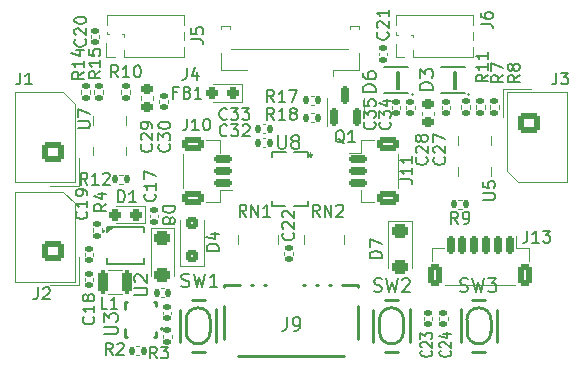
<source format=gbr>
%TF.GenerationSoftware,KiCad,Pcbnew,7.0.5*%
%TF.CreationDate,2023-06-28T21:22:15+09:00*%
%TF.ProjectId,robotrace_v2_main,726f626f-7472-4616-9365-5f76325f6d61,rev?*%
%TF.SameCoordinates,Original*%
%TF.FileFunction,Legend,Top*%
%TF.FilePolarity,Positive*%
%FSLAX46Y46*%
G04 Gerber Fmt 4.6, Leading zero omitted, Abs format (unit mm)*
G04 Created by KiCad (PCBNEW 7.0.5) date 2023-06-28 21:22:15*
%MOMM*%
%LPD*%
G01*
G04 APERTURE LIST*
G04 Aperture macros list*
%AMRoundRect*
0 Rectangle with rounded corners*
0 $1 Rounding radius*
0 $2 $3 $4 $5 $6 $7 $8 $9 X,Y pos of 4 corners*
0 Add a 4 corners polygon primitive as box body*
4,1,4,$2,$3,$4,$5,$6,$7,$8,$9,$2,$3,0*
0 Add four circle primitives for the rounded corners*
1,1,$1+$1,$2,$3*
1,1,$1+$1,$4,$5*
1,1,$1+$1,$6,$7*
1,1,$1+$1,$8,$9*
0 Add four rect primitives between the rounded corners*
20,1,$1+$1,$2,$3,$4,$5,0*
20,1,$1+$1,$4,$5,$6,$7,0*
20,1,$1+$1,$6,$7,$8,$9,0*
20,1,$1+$1,$8,$9,$2,$3,0*%
G04 Aperture macros list end*
%ADD10C,0.150000*%
%ADD11C,0.152000*%
%ADD12C,0.120000*%
%ADD13C,0.254000*%
%ADD14C,0.200000*%
%ADD15RoundRect,0.140000X0.170000X-0.140000X0.170000X0.140000X-0.170000X0.140000X-0.170000X-0.140000X0*%
%ADD16RoundRect,0.140000X0.140000X0.170000X-0.140000X0.170000X-0.140000X-0.170000X0.140000X-0.170000X0*%
%ADD17RoundRect,0.135000X0.185000X-0.135000X0.185000X0.135000X-0.185000X0.135000X-0.185000X-0.135000X0*%
%ADD18R,0.700000X1.050000*%
%ADD19RoundRect,0.225000X0.250000X-0.225000X0.250000X0.225000X-0.250000X0.225000X-0.250000X-0.225000X0*%
%ADD20RoundRect,0.135000X-0.185000X0.135000X-0.185000X-0.135000X0.185000X-0.135000X0.185000X0.135000X0*%
%ADD21RoundRect,0.250000X0.300000X-0.300000X0.300000X0.300000X-0.300000X0.300000X-0.300000X-0.300000X0*%
%ADD22R,0.800000X0.250000*%
%ADD23R,0.250000X0.800000*%
%ADD24RoundRect,0.237500X0.287500X0.237500X-0.287500X0.237500X-0.287500X-0.237500X0.287500X-0.237500X0*%
%ADD25RoundRect,0.135000X-0.135000X-0.185000X0.135000X-0.185000X0.135000X0.185000X-0.135000X0.185000X0*%
%ADD26R,1.300000X0.200000*%
%ADD27RoundRect,0.250000X-0.675000X0.600000X-0.675000X-0.600000X0.675000X-0.600000X0.675000X0.600000X0*%
%ADD28O,1.850000X1.700000*%
%ADD29RoundRect,0.300000X-0.400000X0.300000X-0.400000X-0.300000X0.400000X-0.300000X0.400000X0.300000X0*%
%ADD30R,1.000000X1.000000*%
%ADD31O,1.000000X1.000000*%
%ADD32R,0.400000X0.900000*%
%ADD33RoundRect,0.140000X-0.170000X0.140000X-0.170000X-0.140000X0.170000X-0.140000X0.170000X0.140000X0*%
%ADD34RoundRect,0.135000X0.135000X0.185000X-0.135000X0.185000X-0.135000X-0.185000X0.135000X-0.185000X0*%
%ADD35R,0.665000X0.280000*%
%ADD36R,1.650000X2.450000*%
%ADD37RoundRect,0.200000X0.200000X0.800000X-0.200000X0.800000X-0.200000X-0.800000X0.200000X-0.800000X0*%
%ADD38R,0.900000X0.700000*%
%ADD39R,0.300000X1.000000*%
%ADD40R,2.000000X1.300000*%
%ADD41R,0.700000X0.250000*%
%ADD42R,0.250000X0.700000*%
%ADD43R,1.450000X0.250000*%
%ADD44R,1.850000X0.250000*%
%ADD45RoundRect,0.250000X0.675000X-0.600000X0.675000X0.600000X-0.675000X0.600000X-0.675000X-0.600000X0*%
%ADD46RoundRect,0.140000X-0.140000X-0.170000X0.140000X-0.170000X0.140000X0.170000X-0.140000X0.170000X0*%
%ADD47RoundRect,0.150000X0.150000X0.625000X-0.150000X0.625000X-0.150000X-0.625000X0.150000X-0.625000X0*%
%ADD48RoundRect,0.250000X0.350000X0.650000X-0.350000X0.650000X-0.350000X-0.650000X0.350000X-0.650000X0*%
%ADD49RoundRect,0.150000X0.625000X-0.150000X0.625000X0.150000X-0.625000X0.150000X-0.625000X-0.150000X0*%
%ADD50RoundRect,0.250000X0.650000X-0.350000X0.650000X0.350000X-0.650000X0.350000X-0.650000X-0.350000X0*%
%ADD51RoundRect,0.150000X-0.625000X0.150000X-0.625000X-0.150000X0.625000X-0.150000X0.625000X0.150000X0*%
%ADD52RoundRect,0.250000X-0.650000X0.350000X-0.650000X-0.350000X0.650000X-0.350000X0.650000X0.350000X0*%
%ADD53R,0.500000X1.080000*%
%ADD54R,1.050000X1.200000*%
%ADD55RoundRect,0.150000X0.150000X-0.587500X0.150000X0.587500X-0.150000X0.587500X-0.150000X-0.587500X0*%
G04 APERTURE END LIST*
D10*
%TO.C,C17*%
X152659580Y-87547857D02*
X152707200Y-87595476D01*
X152707200Y-87595476D02*
X152754819Y-87738333D01*
X152754819Y-87738333D02*
X152754819Y-87833571D01*
X152754819Y-87833571D02*
X152707200Y-87976428D01*
X152707200Y-87976428D02*
X152611961Y-88071666D01*
X152611961Y-88071666D02*
X152516723Y-88119285D01*
X152516723Y-88119285D02*
X152326247Y-88166904D01*
X152326247Y-88166904D02*
X152183390Y-88166904D01*
X152183390Y-88166904D02*
X151992914Y-88119285D01*
X151992914Y-88119285D02*
X151897676Y-88071666D01*
X151897676Y-88071666D02*
X151802438Y-87976428D01*
X151802438Y-87976428D02*
X151754819Y-87833571D01*
X151754819Y-87833571D02*
X151754819Y-87738333D01*
X151754819Y-87738333D02*
X151802438Y-87595476D01*
X151802438Y-87595476D02*
X151850057Y-87547857D01*
X152754819Y-86595476D02*
X152754819Y-87166904D01*
X152754819Y-86881190D02*
X151754819Y-86881190D01*
X151754819Y-86881190D02*
X151897676Y-86976428D01*
X151897676Y-86976428D02*
X151992914Y-87071666D01*
X151992914Y-87071666D02*
X152040533Y-87166904D01*
X151754819Y-86262142D02*
X151754819Y-85595476D01*
X151754819Y-85595476D02*
X152754819Y-86024047D01*
%TO.C,C33*%
X158757142Y-81159580D02*
X158709523Y-81207200D01*
X158709523Y-81207200D02*
X158566666Y-81254819D01*
X158566666Y-81254819D02*
X158471428Y-81254819D01*
X158471428Y-81254819D02*
X158328571Y-81207200D01*
X158328571Y-81207200D02*
X158233333Y-81111961D01*
X158233333Y-81111961D02*
X158185714Y-81016723D01*
X158185714Y-81016723D02*
X158138095Y-80826247D01*
X158138095Y-80826247D02*
X158138095Y-80683390D01*
X158138095Y-80683390D02*
X158185714Y-80492914D01*
X158185714Y-80492914D02*
X158233333Y-80397676D01*
X158233333Y-80397676D02*
X158328571Y-80302438D01*
X158328571Y-80302438D02*
X158471428Y-80254819D01*
X158471428Y-80254819D02*
X158566666Y-80254819D01*
X158566666Y-80254819D02*
X158709523Y-80302438D01*
X158709523Y-80302438D02*
X158757142Y-80350057D01*
X159090476Y-80254819D02*
X159709523Y-80254819D01*
X159709523Y-80254819D02*
X159376190Y-80635771D01*
X159376190Y-80635771D02*
X159519047Y-80635771D01*
X159519047Y-80635771D02*
X159614285Y-80683390D01*
X159614285Y-80683390D02*
X159661904Y-80731009D01*
X159661904Y-80731009D02*
X159709523Y-80826247D01*
X159709523Y-80826247D02*
X159709523Y-81064342D01*
X159709523Y-81064342D02*
X159661904Y-81159580D01*
X159661904Y-81159580D02*
X159614285Y-81207200D01*
X159614285Y-81207200D02*
X159519047Y-81254819D01*
X159519047Y-81254819D02*
X159233333Y-81254819D01*
X159233333Y-81254819D02*
X159138095Y-81207200D01*
X159138095Y-81207200D02*
X159090476Y-81159580D01*
X160042857Y-80254819D02*
X160661904Y-80254819D01*
X160661904Y-80254819D02*
X160328571Y-80635771D01*
X160328571Y-80635771D02*
X160471428Y-80635771D01*
X160471428Y-80635771D02*
X160566666Y-80683390D01*
X160566666Y-80683390D02*
X160614285Y-80731009D01*
X160614285Y-80731009D02*
X160661904Y-80826247D01*
X160661904Y-80826247D02*
X160661904Y-81064342D01*
X160661904Y-81064342D02*
X160614285Y-81159580D01*
X160614285Y-81159580D02*
X160566666Y-81207200D01*
X160566666Y-81207200D02*
X160471428Y-81254819D01*
X160471428Y-81254819D02*
X160185714Y-81254819D01*
X160185714Y-81254819D02*
X160090476Y-81207200D01*
X160090476Y-81207200D02*
X160042857Y-81159580D01*
%TO.C,R4*%
X148554819Y-88366666D02*
X148078628Y-88699999D01*
X148554819Y-88938094D02*
X147554819Y-88938094D01*
X147554819Y-88938094D02*
X147554819Y-88557142D01*
X147554819Y-88557142D02*
X147602438Y-88461904D01*
X147602438Y-88461904D02*
X147650057Y-88414285D01*
X147650057Y-88414285D02*
X147745295Y-88366666D01*
X147745295Y-88366666D02*
X147888152Y-88366666D01*
X147888152Y-88366666D02*
X147983390Y-88414285D01*
X147983390Y-88414285D02*
X148031009Y-88461904D01*
X148031009Y-88461904D02*
X148078628Y-88557142D01*
X148078628Y-88557142D02*
X148078628Y-88938094D01*
X147888152Y-87509523D02*
X148554819Y-87509523D01*
X147507200Y-87747618D02*
X148221485Y-87985713D01*
X148221485Y-87985713D02*
X148221485Y-87366666D01*
D11*
%TO.C,SW1*%
X154917714Y-95366441D02*
X155081000Y-95420869D01*
X155081000Y-95420869D02*
X155353142Y-95420869D01*
X155353142Y-95420869D02*
X155462000Y-95366441D01*
X155462000Y-95366441D02*
X155516428Y-95312012D01*
X155516428Y-95312012D02*
X155570857Y-95203155D01*
X155570857Y-95203155D02*
X155570857Y-95094298D01*
X155570857Y-95094298D02*
X155516428Y-94985441D01*
X155516428Y-94985441D02*
X155462000Y-94931012D01*
X155462000Y-94931012D02*
X155353142Y-94876583D01*
X155353142Y-94876583D02*
X155135428Y-94822155D01*
X155135428Y-94822155D02*
X155026571Y-94767726D01*
X155026571Y-94767726D02*
X154972142Y-94713298D01*
X154972142Y-94713298D02*
X154917714Y-94604441D01*
X154917714Y-94604441D02*
X154917714Y-94495583D01*
X154917714Y-94495583D02*
X154972142Y-94386726D01*
X154972142Y-94386726D02*
X155026571Y-94332298D01*
X155026571Y-94332298D02*
X155135428Y-94277869D01*
X155135428Y-94277869D02*
X155407571Y-94277869D01*
X155407571Y-94277869D02*
X155570857Y-94332298D01*
X155951856Y-94277869D02*
X156223999Y-95420869D01*
X156223999Y-95420869D02*
X156441713Y-94604441D01*
X156441713Y-94604441D02*
X156659428Y-95420869D01*
X156659428Y-95420869D02*
X156931571Y-94277869D01*
X157965714Y-95420869D02*
X157312571Y-95420869D01*
X157639142Y-95420869D02*
X157639142Y-94277869D01*
X157639142Y-94277869D02*
X157530285Y-94441155D01*
X157530285Y-94441155D02*
X157421428Y-94550012D01*
X157421428Y-94550012D02*
X157312571Y-94604441D01*
D10*
%TO.C,C28*%
X175659580Y-84442857D02*
X175707200Y-84490476D01*
X175707200Y-84490476D02*
X175754819Y-84633333D01*
X175754819Y-84633333D02*
X175754819Y-84728571D01*
X175754819Y-84728571D02*
X175707200Y-84871428D01*
X175707200Y-84871428D02*
X175611961Y-84966666D01*
X175611961Y-84966666D02*
X175516723Y-85014285D01*
X175516723Y-85014285D02*
X175326247Y-85061904D01*
X175326247Y-85061904D02*
X175183390Y-85061904D01*
X175183390Y-85061904D02*
X174992914Y-85014285D01*
X174992914Y-85014285D02*
X174897676Y-84966666D01*
X174897676Y-84966666D02*
X174802438Y-84871428D01*
X174802438Y-84871428D02*
X174754819Y-84728571D01*
X174754819Y-84728571D02*
X174754819Y-84633333D01*
X174754819Y-84633333D02*
X174802438Y-84490476D01*
X174802438Y-84490476D02*
X174850057Y-84442857D01*
X174850057Y-84061904D02*
X174802438Y-84014285D01*
X174802438Y-84014285D02*
X174754819Y-83919047D01*
X174754819Y-83919047D02*
X174754819Y-83680952D01*
X174754819Y-83680952D02*
X174802438Y-83585714D01*
X174802438Y-83585714D02*
X174850057Y-83538095D01*
X174850057Y-83538095D02*
X174945295Y-83490476D01*
X174945295Y-83490476D02*
X175040533Y-83490476D01*
X175040533Y-83490476D02*
X175183390Y-83538095D01*
X175183390Y-83538095D02*
X175754819Y-84109523D01*
X175754819Y-84109523D02*
X175754819Y-83490476D01*
X175183390Y-82919047D02*
X175135771Y-83014285D01*
X175135771Y-83014285D02*
X175088152Y-83061904D01*
X175088152Y-83061904D02*
X174992914Y-83109523D01*
X174992914Y-83109523D02*
X174945295Y-83109523D01*
X174945295Y-83109523D02*
X174850057Y-83061904D01*
X174850057Y-83061904D02*
X174802438Y-83014285D01*
X174802438Y-83014285D02*
X174754819Y-82919047D01*
X174754819Y-82919047D02*
X174754819Y-82728571D01*
X174754819Y-82728571D02*
X174802438Y-82633333D01*
X174802438Y-82633333D02*
X174850057Y-82585714D01*
X174850057Y-82585714D02*
X174945295Y-82538095D01*
X174945295Y-82538095D02*
X174992914Y-82538095D01*
X174992914Y-82538095D02*
X175088152Y-82585714D01*
X175088152Y-82585714D02*
X175135771Y-82633333D01*
X175135771Y-82633333D02*
X175183390Y-82728571D01*
X175183390Y-82728571D02*
X175183390Y-82919047D01*
X175183390Y-82919047D02*
X175231009Y-83014285D01*
X175231009Y-83014285D02*
X175278628Y-83061904D01*
X175278628Y-83061904D02*
X175373866Y-83109523D01*
X175373866Y-83109523D02*
X175564342Y-83109523D01*
X175564342Y-83109523D02*
X175659580Y-83061904D01*
X175659580Y-83061904D02*
X175707200Y-83014285D01*
X175707200Y-83014285D02*
X175754819Y-82919047D01*
X175754819Y-82919047D02*
X175754819Y-82728571D01*
X175754819Y-82728571D02*
X175707200Y-82633333D01*
X175707200Y-82633333D02*
X175659580Y-82585714D01*
X175659580Y-82585714D02*
X175564342Y-82538095D01*
X175564342Y-82538095D02*
X175373866Y-82538095D01*
X175373866Y-82538095D02*
X175278628Y-82585714D01*
X175278628Y-82585714D02*
X175231009Y-82633333D01*
X175231009Y-82633333D02*
X175183390Y-82728571D01*
%TO.C,R11*%
X180854819Y-77442857D02*
X180378628Y-77776190D01*
X180854819Y-78014285D02*
X179854819Y-78014285D01*
X179854819Y-78014285D02*
X179854819Y-77633333D01*
X179854819Y-77633333D02*
X179902438Y-77538095D01*
X179902438Y-77538095D02*
X179950057Y-77490476D01*
X179950057Y-77490476D02*
X180045295Y-77442857D01*
X180045295Y-77442857D02*
X180188152Y-77442857D01*
X180188152Y-77442857D02*
X180283390Y-77490476D01*
X180283390Y-77490476D02*
X180331009Y-77538095D01*
X180331009Y-77538095D02*
X180378628Y-77633333D01*
X180378628Y-77633333D02*
X180378628Y-78014285D01*
X180854819Y-76490476D02*
X180854819Y-77061904D01*
X180854819Y-76776190D02*
X179854819Y-76776190D01*
X179854819Y-76776190D02*
X179997676Y-76871428D01*
X179997676Y-76871428D02*
X180092914Y-76966666D01*
X180092914Y-76966666D02*
X180140533Y-77061904D01*
X180854819Y-75538095D02*
X180854819Y-76109523D01*
X180854819Y-75823809D02*
X179854819Y-75823809D01*
X179854819Y-75823809D02*
X179997676Y-75919047D01*
X179997676Y-75919047D02*
X180092914Y-76014285D01*
X180092914Y-76014285D02*
X180140533Y-76109523D01*
%TO.C,D4*%
X158054819Y-92338094D02*
X157054819Y-92338094D01*
X157054819Y-92338094D02*
X157054819Y-92099999D01*
X157054819Y-92099999D02*
X157102438Y-91957142D01*
X157102438Y-91957142D02*
X157197676Y-91861904D01*
X157197676Y-91861904D02*
X157292914Y-91814285D01*
X157292914Y-91814285D02*
X157483390Y-91766666D01*
X157483390Y-91766666D02*
X157626247Y-91766666D01*
X157626247Y-91766666D02*
X157816723Y-91814285D01*
X157816723Y-91814285D02*
X157911961Y-91861904D01*
X157911961Y-91861904D02*
X158007200Y-91957142D01*
X158007200Y-91957142D02*
X158054819Y-92099999D01*
X158054819Y-92099999D02*
X158054819Y-92338094D01*
X157388152Y-90909523D02*
X158054819Y-90909523D01*
X157007200Y-91147618D02*
X157721485Y-91385713D01*
X157721485Y-91385713D02*
X157721485Y-90766666D01*
%TO.C,R7*%
X182154819Y-77466666D02*
X181678628Y-77799999D01*
X182154819Y-78038094D02*
X181154819Y-78038094D01*
X181154819Y-78038094D02*
X181154819Y-77657142D01*
X181154819Y-77657142D02*
X181202438Y-77561904D01*
X181202438Y-77561904D02*
X181250057Y-77514285D01*
X181250057Y-77514285D02*
X181345295Y-77466666D01*
X181345295Y-77466666D02*
X181488152Y-77466666D01*
X181488152Y-77466666D02*
X181583390Y-77514285D01*
X181583390Y-77514285D02*
X181631009Y-77561904D01*
X181631009Y-77561904D02*
X181678628Y-77657142D01*
X181678628Y-77657142D02*
X181678628Y-78038094D01*
X181154819Y-77133332D02*
X181154819Y-76466666D01*
X181154819Y-76466666D02*
X182154819Y-76895237D01*
D11*
%TO.C,U8*%
X163086142Y-82577869D02*
X163086142Y-83503155D01*
X163086142Y-83503155D02*
X163140571Y-83612012D01*
X163140571Y-83612012D02*
X163195000Y-83666441D01*
X163195000Y-83666441D02*
X163303857Y-83720869D01*
X163303857Y-83720869D02*
X163521571Y-83720869D01*
X163521571Y-83720869D02*
X163630428Y-83666441D01*
X163630428Y-83666441D02*
X163684857Y-83612012D01*
X163684857Y-83612012D02*
X163739285Y-83503155D01*
X163739285Y-83503155D02*
X163739285Y-82577869D01*
X164446857Y-83067726D02*
X164338000Y-83013298D01*
X164338000Y-83013298D02*
X164283571Y-82958869D01*
X164283571Y-82958869D02*
X164229143Y-82850012D01*
X164229143Y-82850012D02*
X164229143Y-82795583D01*
X164229143Y-82795583D02*
X164283571Y-82686726D01*
X164283571Y-82686726D02*
X164338000Y-82632298D01*
X164338000Y-82632298D02*
X164446857Y-82577869D01*
X164446857Y-82577869D02*
X164664571Y-82577869D01*
X164664571Y-82577869D02*
X164773429Y-82632298D01*
X164773429Y-82632298D02*
X164827857Y-82686726D01*
X164827857Y-82686726D02*
X164882286Y-82795583D01*
X164882286Y-82795583D02*
X164882286Y-82850012D01*
X164882286Y-82850012D02*
X164827857Y-82958869D01*
X164827857Y-82958869D02*
X164773429Y-83013298D01*
X164773429Y-83013298D02*
X164664571Y-83067726D01*
X164664571Y-83067726D02*
X164446857Y-83067726D01*
X164446857Y-83067726D02*
X164338000Y-83122155D01*
X164338000Y-83122155D02*
X164283571Y-83176583D01*
X164283571Y-83176583D02*
X164229143Y-83285441D01*
X164229143Y-83285441D02*
X164229143Y-83503155D01*
X164229143Y-83503155D02*
X164283571Y-83612012D01*
X164283571Y-83612012D02*
X164338000Y-83666441D01*
X164338000Y-83666441D02*
X164446857Y-83720869D01*
X164446857Y-83720869D02*
X164664571Y-83720869D01*
X164664571Y-83720869D02*
X164773429Y-83666441D01*
X164773429Y-83666441D02*
X164827857Y-83612012D01*
X164827857Y-83612012D02*
X164882286Y-83503155D01*
X164882286Y-83503155D02*
X164882286Y-83285441D01*
X164882286Y-83285441D02*
X164827857Y-83176583D01*
X164827857Y-83176583D02*
X164773429Y-83122155D01*
X164773429Y-83122155D02*
X164664571Y-83067726D01*
D10*
%TO.C,D1*%
X149551405Y-88229819D02*
X149551405Y-87229819D01*
X149551405Y-87229819D02*
X149789500Y-87229819D01*
X149789500Y-87229819D02*
X149932357Y-87277438D01*
X149932357Y-87277438D02*
X150027595Y-87372676D01*
X150027595Y-87372676D02*
X150075214Y-87467914D01*
X150075214Y-87467914D02*
X150122833Y-87658390D01*
X150122833Y-87658390D02*
X150122833Y-87801247D01*
X150122833Y-87801247D02*
X150075214Y-87991723D01*
X150075214Y-87991723D02*
X150027595Y-88086961D01*
X150027595Y-88086961D02*
X149932357Y-88182200D01*
X149932357Y-88182200D02*
X149789500Y-88229819D01*
X149789500Y-88229819D02*
X149551405Y-88229819D01*
X151075214Y-88229819D02*
X150503786Y-88229819D01*
X150789500Y-88229819D02*
X150789500Y-87229819D01*
X150789500Y-87229819D02*
X150694262Y-87372676D01*
X150694262Y-87372676D02*
X150599024Y-87467914D01*
X150599024Y-87467914D02*
X150503786Y-87515533D01*
%TO.C,R2*%
X149083333Y-101154819D02*
X148750000Y-100678628D01*
X148511905Y-101154819D02*
X148511905Y-100154819D01*
X148511905Y-100154819D02*
X148892857Y-100154819D01*
X148892857Y-100154819D02*
X148988095Y-100202438D01*
X148988095Y-100202438D02*
X149035714Y-100250057D01*
X149035714Y-100250057D02*
X149083333Y-100345295D01*
X149083333Y-100345295D02*
X149083333Y-100488152D01*
X149083333Y-100488152D02*
X149035714Y-100583390D01*
X149035714Y-100583390D02*
X148988095Y-100631009D01*
X148988095Y-100631009D02*
X148892857Y-100678628D01*
X148892857Y-100678628D02*
X148511905Y-100678628D01*
X149464286Y-100250057D02*
X149511905Y-100202438D01*
X149511905Y-100202438D02*
X149607143Y-100154819D01*
X149607143Y-100154819D02*
X149845238Y-100154819D01*
X149845238Y-100154819D02*
X149940476Y-100202438D01*
X149940476Y-100202438D02*
X149988095Y-100250057D01*
X149988095Y-100250057D02*
X150035714Y-100345295D01*
X150035714Y-100345295D02*
X150035714Y-100440533D01*
X150035714Y-100440533D02*
X149988095Y-100583390D01*
X149988095Y-100583390D02*
X149416667Y-101154819D01*
X149416667Y-101154819D02*
X150035714Y-101154819D01*
%TO.C,R14*%
X146654819Y-77192857D02*
X146178628Y-77526190D01*
X146654819Y-77764285D02*
X145654819Y-77764285D01*
X145654819Y-77764285D02*
X145654819Y-77383333D01*
X145654819Y-77383333D02*
X145702438Y-77288095D01*
X145702438Y-77288095D02*
X145750057Y-77240476D01*
X145750057Y-77240476D02*
X145845295Y-77192857D01*
X145845295Y-77192857D02*
X145988152Y-77192857D01*
X145988152Y-77192857D02*
X146083390Y-77240476D01*
X146083390Y-77240476D02*
X146131009Y-77288095D01*
X146131009Y-77288095D02*
X146178628Y-77383333D01*
X146178628Y-77383333D02*
X146178628Y-77764285D01*
X146654819Y-76240476D02*
X146654819Y-76811904D01*
X146654819Y-76526190D02*
X145654819Y-76526190D01*
X145654819Y-76526190D02*
X145797676Y-76621428D01*
X145797676Y-76621428D02*
X145892914Y-76716666D01*
X145892914Y-76716666D02*
X145940533Y-76811904D01*
X145988152Y-75383333D02*
X146654819Y-75383333D01*
X145607200Y-75621428D02*
X146321485Y-75859523D01*
X146321485Y-75859523D02*
X146321485Y-75240476D01*
%TO.C,C18*%
X147459580Y-97942857D02*
X147507200Y-97990476D01*
X147507200Y-97990476D02*
X147554819Y-98133333D01*
X147554819Y-98133333D02*
X147554819Y-98228571D01*
X147554819Y-98228571D02*
X147507200Y-98371428D01*
X147507200Y-98371428D02*
X147411961Y-98466666D01*
X147411961Y-98466666D02*
X147316723Y-98514285D01*
X147316723Y-98514285D02*
X147126247Y-98561904D01*
X147126247Y-98561904D02*
X146983390Y-98561904D01*
X146983390Y-98561904D02*
X146792914Y-98514285D01*
X146792914Y-98514285D02*
X146697676Y-98466666D01*
X146697676Y-98466666D02*
X146602438Y-98371428D01*
X146602438Y-98371428D02*
X146554819Y-98228571D01*
X146554819Y-98228571D02*
X146554819Y-98133333D01*
X146554819Y-98133333D02*
X146602438Y-97990476D01*
X146602438Y-97990476D02*
X146650057Y-97942857D01*
X147554819Y-96990476D02*
X147554819Y-97561904D01*
X147554819Y-97276190D02*
X146554819Y-97276190D01*
X146554819Y-97276190D02*
X146697676Y-97371428D01*
X146697676Y-97371428D02*
X146792914Y-97466666D01*
X146792914Y-97466666D02*
X146840533Y-97561904D01*
X146983390Y-96419047D02*
X146935771Y-96514285D01*
X146935771Y-96514285D02*
X146888152Y-96561904D01*
X146888152Y-96561904D02*
X146792914Y-96609523D01*
X146792914Y-96609523D02*
X146745295Y-96609523D01*
X146745295Y-96609523D02*
X146650057Y-96561904D01*
X146650057Y-96561904D02*
X146602438Y-96514285D01*
X146602438Y-96514285D02*
X146554819Y-96419047D01*
X146554819Y-96419047D02*
X146554819Y-96228571D01*
X146554819Y-96228571D02*
X146602438Y-96133333D01*
X146602438Y-96133333D02*
X146650057Y-96085714D01*
X146650057Y-96085714D02*
X146745295Y-96038095D01*
X146745295Y-96038095D02*
X146792914Y-96038095D01*
X146792914Y-96038095D02*
X146888152Y-96085714D01*
X146888152Y-96085714D02*
X146935771Y-96133333D01*
X146935771Y-96133333D02*
X146983390Y-96228571D01*
X146983390Y-96228571D02*
X146983390Y-96419047D01*
X146983390Y-96419047D02*
X147031009Y-96514285D01*
X147031009Y-96514285D02*
X147078628Y-96561904D01*
X147078628Y-96561904D02*
X147173866Y-96609523D01*
X147173866Y-96609523D02*
X147364342Y-96609523D01*
X147364342Y-96609523D02*
X147459580Y-96561904D01*
X147459580Y-96561904D02*
X147507200Y-96514285D01*
X147507200Y-96514285D02*
X147554819Y-96419047D01*
X147554819Y-96419047D02*
X147554819Y-96228571D01*
X147554819Y-96228571D02*
X147507200Y-96133333D01*
X147507200Y-96133333D02*
X147459580Y-96085714D01*
X147459580Y-96085714D02*
X147364342Y-96038095D01*
X147364342Y-96038095D02*
X147173866Y-96038095D01*
X147173866Y-96038095D02*
X147078628Y-96085714D01*
X147078628Y-96085714D02*
X147031009Y-96133333D01*
X147031009Y-96133333D02*
X146983390Y-96228571D01*
%TO.C,U7*%
X146154819Y-81961904D02*
X146964342Y-81961904D01*
X146964342Y-81961904D02*
X147059580Y-81914285D01*
X147059580Y-81914285D02*
X147107200Y-81866666D01*
X147107200Y-81866666D02*
X147154819Y-81771428D01*
X147154819Y-81771428D02*
X147154819Y-81580952D01*
X147154819Y-81580952D02*
X147107200Y-81485714D01*
X147107200Y-81485714D02*
X147059580Y-81438095D01*
X147059580Y-81438095D02*
X146964342Y-81390476D01*
X146964342Y-81390476D02*
X146154819Y-81390476D01*
X146154819Y-81009523D02*
X146154819Y-80342857D01*
X146154819Y-80342857D02*
X147154819Y-80771428D01*
%TO.C,J3*%
X186666666Y-77254819D02*
X186666666Y-77969104D01*
X186666666Y-77969104D02*
X186619047Y-78111961D01*
X186619047Y-78111961D02*
X186523809Y-78207200D01*
X186523809Y-78207200D02*
X186380952Y-78254819D01*
X186380952Y-78254819D02*
X186285714Y-78254819D01*
X187047619Y-77254819D02*
X187666666Y-77254819D01*
X187666666Y-77254819D02*
X187333333Y-77635771D01*
X187333333Y-77635771D02*
X187476190Y-77635771D01*
X187476190Y-77635771D02*
X187571428Y-77683390D01*
X187571428Y-77683390D02*
X187619047Y-77731009D01*
X187619047Y-77731009D02*
X187666666Y-77826247D01*
X187666666Y-77826247D02*
X187666666Y-78064342D01*
X187666666Y-78064342D02*
X187619047Y-78159580D01*
X187619047Y-78159580D02*
X187571428Y-78207200D01*
X187571428Y-78207200D02*
X187476190Y-78254819D01*
X187476190Y-78254819D02*
X187190476Y-78254819D01*
X187190476Y-78254819D02*
X187095238Y-78207200D01*
X187095238Y-78207200D02*
X187047619Y-78159580D01*
%TO.C,C29*%
X152359580Y-83342857D02*
X152407200Y-83390476D01*
X152407200Y-83390476D02*
X152454819Y-83533333D01*
X152454819Y-83533333D02*
X152454819Y-83628571D01*
X152454819Y-83628571D02*
X152407200Y-83771428D01*
X152407200Y-83771428D02*
X152311961Y-83866666D01*
X152311961Y-83866666D02*
X152216723Y-83914285D01*
X152216723Y-83914285D02*
X152026247Y-83961904D01*
X152026247Y-83961904D02*
X151883390Y-83961904D01*
X151883390Y-83961904D02*
X151692914Y-83914285D01*
X151692914Y-83914285D02*
X151597676Y-83866666D01*
X151597676Y-83866666D02*
X151502438Y-83771428D01*
X151502438Y-83771428D02*
X151454819Y-83628571D01*
X151454819Y-83628571D02*
X151454819Y-83533333D01*
X151454819Y-83533333D02*
X151502438Y-83390476D01*
X151502438Y-83390476D02*
X151550057Y-83342857D01*
X151550057Y-82961904D02*
X151502438Y-82914285D01*
X151502438Y-82914285D02*
X151454819Y-82819047D01*
X151454819Y-82819047D02*
X151454819Y-82580952D01*
X151454819Y-82580952D02*
X151502438Y-82485714D01*
X151502438Y-82485714D02*
X151550057Y-82438095D01*
X151550057Y-82438095D02*
X151645295Y-82390476D01*
X151645295Y-82390476D02*
X151740533Y-82390476D01*
X151740533Y-82390476D02*
X151883390Y-82438095D01*
X151883390Y-82438095D02*
X152454819Y-83009523D01*
X152454819Y-83009523D02*
X152454819Y-82390476D01*
X152454819Y-81914285D02*
X152454819Y-81723809D01*
X152454819Y-81723809D02*
X152407200Y-81628571D01*
X152407200Y-81628571D02*
X152359580Y-81580952D01*
X152359580Y-81580952D02*
X152216723Y-81485714D01*
X152216723Y-81485714D02*
X152026247Y-81438095D01*
X152026247Y-81438095D02*
X151645295Y-81438095D01*
X151645295Y-81438095D02*
X151550057Y-81485714D01*
X151550057Y-81485714D02*
X151502438Y-81533333D01*
X151502438Y-81533333D02*
X151454819Y-81628571D01*
X151454819Y-81628571D02*
X151454819Y-81819047D01*
X151454819Y-81819047D02*
X151502438Y-81914285D01*
X151502438Y-81914285D02*
X151550057Y-81961904D01*
X151550057Y-81961904D02*
X151645295Y-82009523D01*
X151645295Y-82009523D02*
X151883390Y-82009523D01*
X151883390Y-82009523D02*
X151978628Y-81961904D01*
X151978628Y-81961904D02*
X152026247Y-81914285D01*
X152026247Y-81914285D02*
X152073866Y-81819047D01*
X152073866Y-81819047D02*
X152073866Y-81628571D01*
X152073866Y-81628571D02*
X152026247Y-81533333D01*
X152026247Y-81533333D02*
X151978628Y-81485714D01*
X151978628Y-81485714D02*
X151883390Y-81438095D01*
%TO.C,U5*%
X180454819Y-88036778D02*
X181264342Y-88036778D01*
X181264342Y-88036778D02*
X181359580Y-87989159D01*
X181359580Y-87989159D02*
X181407200Y-87941540D01*
X181407200Y-87941540D02*
X181454819Y-87846302D01*
X181454819Y-87846302D02*
X181454819Y-87655826D01*
X181454819Y-87655826D02*
X181407200Y-87560588D01*
X181407200Y-87560588D02*
X181359580Y-87512969D01*
X181359580Y-87512969D02*
X181264342Y-87465350D01*
X181264342Y-87465350D02*
X180454819Y-87465350D01*
X180454819Y-86512969D02*
X180454819Y-86989159D01*
X180454819Y-86989159D02*
X180931009Y-87036778D01*
X180931009Y-87036778D02*
X180883390Y-86989159D01*
X180883390Y-86989159D02*
X180835771Y-86893921D01*
X180835771Y-86893921D02*
X180835771Y-86655826D01*
X180835771Y-86655826D02*
X180883390Y-86560588D01*
X180883390Y-86560588D02*
X180931009Y-86512969D01*
X180931009Y-86512969D02*
X181026247Y-86465350D01*
X181026247Y-86465350D02*
X181264342Y-86465350D01*
X181264342Y-86465350D02*
X181359580Y-86512969D01*
X181359580Y-86512969D02*
X181407200Y-86560588D01*
X181407200Y-86560588D02*
X181454819Y-86655826D01*
X181454819Y-86655826D02*
X181454819Y-86893921D01*
X181454819Y-86893921D02*
X181407200Y-86989159D01*
X181407200Y-86989159D02*
X181359580Y-87036778D01*
%TO.C,C32*%
X158777142Y-82559580D02*
X158729523Y-82607200D01*
X158729523Y-82607200D02*
X158586666Y-82654819D01*
X158586666Y-82654819D02*
X158491428Y-82654819D01*
X158491428Y-82654819D02*
X158348571Y-82607200D01*
X158348571Y-82607200D02*
X158253333Y-82511961D01*
X158253333Y-82511961D02*
X158205714Y-82416723D01*
X158205714Y-82416723D02*
X158158095Y-82226247D01*
X158158095Y-82226247D02*
X158158095Y-82083390D01*
X158158095Y-82083390D02*
X158205714Y-81892914D01*
X158205714Y-81892914D02*
X158253333Y-81797676D01*
X158253333Y-81797676D02*
X158348571Y-81702438D01*
X158348571Y-81702438D02*
X158491428Y-81654819D01*
X158491428Y-81654819D02*
X158586666Y-81654819D01*
X158586666Y-81654819D02*
X158729523Y-81702438D01*
X158729523Y-81702438D02*
X158777142Y-81750057D01*
X159110476Y-81654819D02*
X159729523Y-81654819D01*
X159729523Y-81654819D02*
X159396190Y-82035771D01*
X159396190Y-82035771D02*
X159539047Y-82035771D01*
X159539047Y-82035771D02*
X159634285Y-82083390D01*
X159634285Y-82083390D02*
X159681904Y-82131009D01*
X159681904Y-82131009D02*
X159729523Y-82226247D01*
X159729523Y-82226247D02*
X159729523Y-82464342D01*
X159729523Y-82464342D02*
X159681904Y-82559580D01*
X159681904Y-82559580D02*
X159634285Y-82607200D01*
X159634285Y-82607200D02*
X159539047Y-82654819D01*
X159539047Y-82654819D02*
X159253333Y-82654819D01*
X159253333Y-82654819D02*
X159158095Y-82607200D01*
X159158095Y-82607200D02*
X159110476Y-82559580D01*
X160110476Y-81750057D02*
X160158095Y-81702438D01*
X160158095Y-81702438D02*
X160253333Y-81654819D01*
X160253333Y-81654819D02*
X160491428Y-81654819D01*
X160491428Y-81654819D02*
X160586666Y-81702438D01*
X160586666Y-81702438D02*
X160634285Y-81750057D01*
X160634285Y-81750057D02*
X160681904Y-81845295D01*
X160681904Y-81845295D02*
X160681904Y-81940533D01*
X160681904Y-81940533D02*
X160634285Y-82083390D01*
X160634285Y-82083390D02*
X160062857Y-82654819D01*
X160062857Y-82654819D02*
X160681904Y-82654819D01*
%TO.C,C35*%
X171259580Y-81442857D02*
X171307200Y-81490476D01*
X171307200Y-81490476D02*
X171354819Y-81633333D01*
X171354819Y-81633333D02*
X171354819Y-81728571D01*
X171354819Y-81728571D02*
X171307200Y-81871428D01*
X171307200Y-81871428D02*
X171211961Y-81966666D01*
X171211961Y-81966666D02*
X171116723Y-82014285D01*
X171116723Y-82014285D02*
X170926247Y-82061904D01*
X170926247Y-82061904D02*
X170783390Y-82061904D01*
X170783390Y-82061904D02*
X170592914Y-82014285D01*
X170592914Y-82014285D02*
X170497676Y-81966666D01*
X170497676Y-81966666D02*
X170402438Y-81871428D01*
X170402438Y-81871428D02*
X170354819Y-81728571D01*
X170354819Y-81728571D02*
X170354819Y-81633333D01*
X170354819Y-81633333D02*
X170402438Y-81490476D01*
X170402438Y-81490476D02*
X170450057Y-81442857D01*
X170354819Y-81109523D02*
X170354819Y-80490476D01*
X170354819Y-80490476D02*
X170735771Y-80823809D01*
X170735771Y-80823809D02*
X170735771Y-80680952D01*
X170735771Y-80680952D02*
X170783390Y-80585714D01*
X170783390Y-80585714D02*
X170831009Y-80538095D01*
X170831009Y-80538095D02*
X170926247Y-80490476D01*
X170926247Y-80490476D02*
X171164342Y-80490476D01*
X171164342Y-80490476D02*
X171259580Y-80538095D01*
X171259580Y-80538095D02*
X171307200Y-80585714D01*
X171307200Y-80585714D02*
X171354819Y-80680952D01*
X171354819Y-80680952D02*
X171354819Y-80966666D01*
X171354819Y-80966666D02*
X171307200Y-81061904D01*
X171307200Y-81061904D02*
X171259580Y-81109523D01*
X170354819Y-79585714D02*
X170354819Y-80061904D01*
X170354819Y-80061904D02*
X170831009Y-80109523D01*
X170831009Y-80109523D02*
X170783390Y-80061904D01*
X170783390Y-80061904D02*
X170735771Y-79966666D01*
X170735771Y-79966666D02*
X170735771Y-79728571D01*
X170735771Y-79728571D02*
X170783390Y-79633333D01*
X170783390Y-79633333D02*
X170831009Y-79585714D01*
X170831009Y-79585714D02*
X170926247Y-79538095D01*
X170926247Y-79538095D02*
X171164342Y-79538095D01*
X171164342Y-79538095D02*
X171259580Y-79585714D01*
X171259580Y-79585714D02*
X171307200Y-79633333D01*
X171307200Y-79633333D02*
X171354819Y-79728571D01*
X171354819Y-79728571D02*
X171354819Y-79966666D01*
X171354819Y-79966666D02*
X171307200Y-80061904D01*
X171307200Y-80061904D02*
X171259580Y-80109523D01*
%TO.C,D7*%
X171854819Y-92938094D02*
X170854819Y-92938094D01*
X170854819Y-92938094D02*
X170854819Y-92699999D01*
X170854819Y-92699999D02*
X170902438Y-92557142D01*
X170902438Y-92557142D02*
X170997676Y-92461904D01*
X170997676Y-92461904D02*
X171092914Y-92414285D01*
X171092914Y-92414285D02*
X171283390Y-92366666D01*
X171283390Y-92366666D02*
X171426247Y-92366666D01*
X171426247Y-92366666D02*
X171616723Y-92414285D01*
X171616723Y-92414285D02*
X171711961Y-92461904D01*
X171711961Y-92461904D02*
X171807200Y-92557142D01*
X171807200Y-92557142D02*
X171854819Y-92699999D01*
X171854819Y-92699999D02*
X171854819Y-92938094D01*
X170854819Y-92033332D02*
X170854819Y-91366666D01*
X170854819Y-91366666D02*
X171854819Y-91795237D01*
%TO.C,J5*%
X155754819Y-74433333D02*
X156469104Y-74433333D01*
X156469104Y-74433333D02*
X156611961Y-74480952D01*
X156611961Y-74480952D02*
X156707200Y-74576190D01*
X156707200Y-74576190D02*
X156754819Y-74719047D01*
X156754819Y-74719047D02*
X156754819Y-74814285D01*
X155754819Y-73480952D02*
X155754819Y-73957142D01*
X155754819Y-73957142D02*
X156231009Y-74004761D01*
X156231009Y-74004761D02*
X156183390Y-73957142D01*
X156183390Y-73957142D02*
X156135771Y-73861904D01*
X156135771Y-73861904D02*
X156135771Y-73623809D01*
X156135771Y-73623809D02*
X156183390Y-73528571D01*
X156183390Y-73528571D02*
X156231009Y-73480952D01*
X156231009Y-73480952D02*
X156326247Y-73433333D01*
X156326247Y-73433333D02*
X156564342Y-73433333D01*
X156564342Y-73433333D02*
X156659580Y-73480952D01*
X156659580Y-73480952D02*
X156707200Y-73528571D01*
X156707200Y-73528571D02*
X156754819Y-73623809D01*
X156754819Y-73623809D02*
X156754819Y-73861904D01*
X156754819Y-73861904D02*
X156707200Y-73957142D01*
X156707200Y-73957142D02*
X156659580Y-74004761D01*
%TO.C,D8*%
X153345180Y-88561905D02*
X154345180Y-88561905D01*
X154345180Y-88561905D02*
X154345180Y-88800000D01*
X154345180Y-88800000D02*
X154297561Y-88942857D01*
X154297561Y-88942857D02*
X154202323Y-89038095D01*
X154202323Y-89038095D02*
X154107085Y-89085714D01*
X154107085Y-89085714D02*
X153916609Y-89133333D01*
X153916609Y-89133333D02*
X153773752Y-89133333D01*
X153773752Y-89133333D02*
X153583276Y-89085714D01*
X153583276Y-89085714D02*
X153488038Y-89038095D01*
X153488038Y-89038095D02*
X153392800Y-88942857D01*
X153392800Y-88942857D02*
X153345180Y-88800000D01*
X153345180Y-88800000D02*
X153345180Y-88561905D01*
X153916609Y-89704762D02*
X153964228Y-89609524D01*
X153964228Y-89609524D02*
X154011847Y-89561905D01*
X154011847Y-89561905D02*
X154107085Y-89514286D01*
X154107085Y-89514286D02*
X154154704Y-89514286D01*
X154154704Y-89514286D02*
X154249942Y-89561905D01*
X154249942Y-89561905D02*
X154297561Y-89609524D01*
X154297561Y-89609524D02*
X154345180Y-89704762D01*
X154345180Y-89704762D02*
X154345180Y-89895238D01*
X154345180Y-89895238D02*
X154297561Y-89990476D01*
X154297561Y-89990476D02*
X154249942Y-90038095D01*
X154249942Y-90038095D02*
X154154704Y-90085714D01*
X154154704Y-90085714D02*
X154107085Y-90085714D01*
X154107085Y-90085714D02*
X154011847Y-90038095D01*
X154011847Y-90038095D02*
X153964228Y-89990476D01*
X153964228Y-89990476D02*
X153916609Y-89895238D01*
X153916609Y-89895238D02*
X153916609Y-89704762D01*
X153916609Y-89704762D02*
X153868990Y-89609524D01*
X153868990Y-89609524D02*
X153821371Y-89561905D01*
X153821371Y-89561905D02*
X153726133Y-89514286D01*
X153726133Y-89514286D02*
X153535657Y-89514286D01*
X153535657Y-89514286D02*
X153440419Y-89561905D01*
X153440419Y-89561905D02*
X153392800Y-89609524D01*
X153392800Y-89609524D02*
X153345180Y-89704762D01*
X153345180Y-89704762D02*
X153345180Y-89895238D01*
X153345180Y-89895238D02*
X153392800Y-89990476D01*
X153392800Y-89990476D02*
X153440419Y-90038095D01*
X153440419Y-90038095D02*
X153535657Y-90085714D01*
X153535657Y-90085714D02*
X153726133Y-90085714D01*
X153726133Y-90085714D02*
X153821371Y-90038095D01*
X153821371Y-90038095D02*
X153868990Y-89990476D01*
X153868990Y-89990476D02*
X153916609Y-89895238D01*
%TO.C,RN1*%
X160409523Y-89454819D02*
X160076190Y-88978628D01*
X159838095Y-89454819D02*
X159838095Y-88454819D01*
X159838095Y-88454819D02*
X160219047Y-88454819D01*
X160219047Y-88454819D02*
X160314285Y-88502438D01*
X160314285Y-88502438D02*
X160361904Y-88550057D01*
X160361904Y-88550057D02*
X160409523Y-88645295D01*
X160409523Y-88645295D02*
X160409523Y-88788152D01*
X160409523Y-88788152D02*
X160361904Y-88883390D01*
X160361904Y-88883390D02*
X160314285Y-88931009D01*
X160314285Y-88931009D02*
X160219047Y-88978628D01*
X160219047Y-88978628D02*
X159838095Y-88978628D01*
X160838095Y-89454819D02*
X160838095Y-88454819D01*
X160838095Y-88454819D02*
X161409523Y-89454819D01*
X161409523Y-89454819D02*
X161409523Y-88454819D01*
X162409523Y-89454819D02*
X161838095Y-89454819D01*
X162123809Y-89454819D02*
X162123809Y-88454819D01*
X162123809Y-88454819D02*
X162028571Y-88597676D01*
X162028571Y-88597676D02*
X161933333Y-88692914D01*
X161933333Y-88692914D02*
X161838095Y-88740533D01*
%TO.C,C24*%
X177659580Y-100814285D02*
X177707200Y-100852381D01*
X177707200Y-100852381D02*
X177754819Y-100966666D01*
X177754819Y-100966666D02*
X177754819Y-101042857D01*
X177754819Y-101042857D02*
X177707200Y-101157143D01*
X177707200Y-101157143D02*
X177611961Y-101233333D01*
X177611961Y-101233333D02*
X177516723Y-101271428D01*
X177516723Y-101271428D02*
X177326247Y-101309524D01*
X177326247Y-101309524D02*
X177183390Y-101309524D01*
X177183390Y-101309524D02*
X176992914Y-101271428D01*
X176992914Y-101271428D02*
X176897676Y-101233333D01*
X176897676Y-101233333D02*
X176802438Y-101157143D01*
X176802438Y-101157143D02*
X176754819Y-101042857D01*
X176754819Y-101042857D02*
X176754819Y-100966666D01*
X176754819Y-100966666D02*
X176802438Y-100852381D01*
X176802438Y-100852381D02*
X176850057Y-100814285D01*
X176850057Y-100509524D02*
X176802438Y-100471428D01*
X176802438Y-100471428D02*
X176754819Y-100395238D01*
X176754819Y-100395238D02*
X176754819Y-100204762D01*
X176754819Y-100204762D02*
X176802438Y-100128571D01*
X176802438Y-100128571D02*
X176850057Y-100090476D01*
X176850057Y-100090476D02*
X176945295Y-100052381D01*
X176945295Y-100052381D02*
X177040533Y-100052381D01*
X177040533Y-100052381D02*
X177183390Y-100090476D01*
X177183390Y-100090476D02*
X177754819Y-100547619D01*
X177754819Y-100547619D02*
X177754819Y-100052381D01*
X177088152Y-99366666D02*
X177754819Y-99366666D01*
X176707200Y-99557142D02*
X177421485Y-99747619D01*
X177421485Y-99747619D02*
X177421485Y-99252380D01*
%TO.C,R12*%
X146957142Y-86754819D02*
X146623809Y-86278628D01*
X146385714Y-86754819D02*
X146385714Y-85754819D01*
X146385714Y-85754819D02*
X146766666Y-85754819D01*
X146766666Y-85754819D02*
X146861904Y-85802438D01*
X146861904Y-85802438D02*
X146909523Y-85850057D01*
X146909523Y-85850057D02*
X146957142Y-85945295D01*
X146957142Y-85945295D02*
X146957142Y-86088152D01*
X146957142Y-86088152D02*
X146909523Y-86183390D01*
X146909523Y-86183390D02*
X146861904Y-86231009D01*
X146861904Y-86231009D02*
X146766666Y-86278628D01*
X146766666Y-86278628D02*
X146385714Y-86278628D01*
X147909523Y-86754819D02*
X147338095Y-86754819D01*
X147623809Y-86754819D02*
X147623809Y-85754819D01*
X147623809Y-85754819D02*
X147528571Y-85897676D01*
X147528571Y-85897676D02*
X147433333Y-85992914D01*
X147433333Y-85992914D02*
X147338095Y-86040533D01*
X148290476Y-85850057D02*
X148338095Y-85802438D01*
X148338095Y-85802438D02*
X148433333Y-85754819D01*
X148433333Y-85754819D02*
X148671428Y-85754819D01*
X148671428Y-85754819D02*
X148766666Y-85802438D01*
X148766666Y-85802438D02*
X148814285Y-85850057D01*
X148814285Y-85850057D02*
X148861904Y-85945295D01*
X148861904Y-85945295D02*
X148861904Y-86040533D01*
X148861904Y-86040533D02*
X148814285Y-86183390D01*
X148814285Y-86183390D02*
X148242857Y-86754819D01*
X148242857Y-86754819D02*
X148861904Y-86754819D01*
%TO.C,R10*%
X149557142Y-77654819D02*
X149223809Y-77178628D01*
X148985714Y-77654819D02*
X148985714Y-76654819D01*
X148985714Y-76654819D02*
X149366666Y-76654819D01*
X149366666Y-76654819D02*
X149461904Y-76702438D01*
X149461904Y-76702438D02*
X149509523Y-76750057D01*
X149509523Y-76750057D02*
X149557142Y-76845295D01*
X149557142Y-76845295D02*
X149557142Y-76988152D01*
X149557142Y-76988152D02*
X149509523Y-77083390D01*
X149509523Y-77083390D02*
X149461904Y-77131009D01*
X149461904Y-77131009D02*
X149366666Y-77178628D01*
X149366666Y-77178628D02*
X148985714Y-77178628D01*
X150509523Y-77654819D02*
X149938095Y-77654819D01*
X150223809Y-77654819D02*
X150223809Y-76654819D01*
X150223809Y-76654819D02*
X150128571Y-76797676D01*
X150128571Y-76797676D02*
X150033333Y-76892914D01*
X150033333Y-76892914D02*
X149938095Y-76940533D01*
X151128571Y-76654819D02*
X151223809Y-76654819D01*
X151223809Y-76654819D02*
X151319047Y-76702438D01*
X151319047Y-76702438D02*
X151366666Y-76750057D01*
X151366666Y-76750057D02*
X151414285Y-76845295D01*
X151414285Y-76845295D02*
X151461904Y-77035771D01*
X151461904Y-77035771D02*
X151461904Y-77273866D01*
X151461904Y-77273866D02*
X151414285Y-77464342D01*
X151414285Y-77464342D02*
X151366666Y-77559580D01*
X151366666Y-77559580D02*
X151319047Y-77607200D01*
X151319047Y-77607200D02*
X151223809Y-77654819D01*
X151223809Y-77654819D02*
X151128571Y-77654819D01*
X151128571Y-77654819D02*
X151033333Y-77607200D01*
X151033333Y-77607200D02*
X150985714Y-77559580D01*
X150985714Y-77559580D02*
X150938095Y-77464342D01*
X150938095Y-77464342D02*
X150890476Y-77273866D01*
X150890476Y-77273866D02*
X150890476Y-77035771D01*
X150890476Y-77035771D02*
X150938095Y-76845295D01*
X150938095Y-76845295D02*
X150985714Y-76750057D01*
X150985714Y-76750057D02*
X151033333Y-76702438D01*
X151033333Y-76702438D02*
X151128571Y-76654819D01*
D11*
%TO.C,U3*%
X148377869Y-99427857D02*
X149303155Y-99427857D01*
X149303155Y-99427857D02*
X149412012Y-99373428D01*
X149412012Y-99373428D02*
X149466441Y-99319000D01*
X149466441Y-99319000D02*
X149520869Y-99210142D01*
X149520869Y-99210142D02*
X149520869Y-98992428D01*
X149520869Y-98992428D02*
X149466441Y-98883571D01*
X149466441Y-98883571D02*
X149412012Y-98829142D01*
X149412012Y-98829142D02*
X149303155Y-98774714D01*
X149303155Y-98774714D02*
X148377869Y-98774714D01*
X148377869Y-98339285D02*
X148377869Y-97631713D01*
X148377869Y-97631713D02*
X148813298Y-98012713D01*
X148813298Y-98012713D02*
X148813298Y-97849428D01*
X148813298Y-97849428D02*
X148867726Y-97740571D01*
X148867726Y-97740571D02*
X148922155Y-97686142D01*
X148922155Y-97686142D02*
X149031012Y-97631713D01*
X149031012Y-97631713D02*
X149303155Y-97631713D01*
X149303155Y-97631713D02*
X149412012Y-97686142D01*
X149412012Y-97686142D02*
X149466441Y-97740571D01*
X149466441Y-97740571D02*
X149520869Y-97849428D01*
X149520869Y-97849428D02*
X149520869Y-98175999D01*
X149520869Y-98175999D02*
X149466441Y-98284856D01*
X149466441Y-98284856D02*
X149412012Y-98339285D01*
D10*
%TO.C,R3*%
X152833333Y-101454819D02*
X152500000Y-100978628D01*
X152261905Y-101454819D02*
X152261905Y-100454819D01*
X152261905Y-100454819D02*
X152642857Y-100454819D01*
X152642857Y-100454819D02*
X152738095Y-100502438D01*
X152738095Y-100502438D02*
X152785714Y-100550057D01*
X152785714Y-100550057D02*
X152833333Y-100645295D01*
X152833333Y-100645295D02*
X152833333Y-100788152D01*
X152833333Y-100788152D02*
X152785714Y-100883390D01*
X152785714Y-100883390D02*
X152738095Y-100931009D01*
X152738095Y-100931009D02*
X152642857Y-100978628D01*
X152642857Y-100978628D02*
X152261905Y-100978628D01*
X153166667Y-100454819D02*
X153785714Y-100454819D01*
X153785714Y-100454819D02*
X153452381Y-100835771D01*
X153452381Y-100835771D02*
X153595238Y-100835771D01*
X153595238Y-100835771D02*
X153690476Y-100883390D01*
X153690476Y-100883390D02*
X153738095Y-100931009D01*
X153738095Y-100931009D02*
X153785714Y-101026247D01*
X153785714Y-101026247D02*
X153785714Y-101264342D01*
X153785714Y-101264342D02*
X153738095Y-101359580D01*
X153738095Y-101359580D02*
X153690476Y-101407200D01*
X153690476Y-101407200D02*
X153595238Y-101454819D01*
X153595238Y-101454819D02*
X153309524Y-101454819D01*
X153309524Y-101454819D02*
X153214286Y-101407200D01*
X153214286Y-101407200D02*
X153166667Y-101359580D01*
%TO.C,L1*%
X148633333Y-97254819D02*
X148157143Y-97254819D01*
X148157143Y-97254819D02*
X148157143Y-96254819D01*
X149490476Y-97254819D02*
X148919048Y-97254819D01*
X149204762Y-97254819D02*
X149204762Y-96254819D01*
X149204762Y-96254819D02*
X149109524Y-96397676D01*
X149109524Y-96397676D02*
X149014286Y-96492914D01*
X149014286Y-96492914D02*
X148919048Y-96540533D01*
%TO.C,C30*%
X153859580Y-83342857D02*
X153907200Y-83390476D01*
X153907200Y-83390476D02*
X153954819Y-83533333D01*
X153954819Y-83533333D02*
X153954819Y-83628571D01*
X153954819Y-83628571D02*
X153907200Y-83771428D01*
X153907200Y-83771428D02*
X153811961Y-83866666D01*
X153811961Y-83866666D02*
X153716723Y-83914285D01*
X153716723Y-83914285D02*
X153526247Y-83961904D01*
X153526247Y-83961904D02*
X153383390Y-83961904D01*
X153383390Y-83961904D02*
X153192914Y-83914285D01*
X153192914Y-83914285D02*
X153097676Y-83866666D01*
X153097676Y-83866666D02*
X153002438Y-83771428D01*
X153002438Y-83771428D02*
X152954819Y-83628571D01*
X152954819Y-83628571D02*
X152954819Y-83533333D01*
X152954819Y-83533333D02*
X153002438Y-83390476D01*
X153002438Y-83390476D02*
X153050057Y-83342857D01*
X152954819Y-83009523D02*
X152954819Y-82390476D01*
X152954819Y-82390476D02*
X153335771Y-82723809D01*
X153335771Y-82723809D02*
X153335771Y-82580952D01*
X153335771Y-82580952D02*
X153383390Y-82485714D01*
X153383390Y-82485714D02*
X153431009Y-82438095D01*
X153431009Y-82438095D02*
X153526247Y-82390476D01*
X153526247Y-82390476D02*
X153764342Y-82390476D01*
X153764342Y-82390476D02*
X153859580Y-82438095D01*
X153859580Y-82438095D02*
X153907200Y-82485714D01*
X153907200Y-82485714D02*
X153954819Y-82580952D01*
X153954819Y-82580952D02*
X153954819Y-82866666D01*
X153954819Y-82866666D02*
X153907200Y-82961904D01*
X153907200Y-82961904D02*
X153859580Y-83009523D01*
X152954819Y-81771428D02*
X152954819Y-81676190D01*
X152954819Y-81676190D02*
X153002438Y-81580952D01*
X153002438Y-81580952D02*
X153050057Y-81533333D01*
X153050057Y-81533333D02*
X153145295Y-81485714D01*
X153145295Y-81485714D02*
X153335771Y-81438095D01*
X153335771Y-81438095D02*
X153573866Y-81438095D01*
X153573866Y-81438095D02*
X153764342Y-81485714D01*
X153764342Y-81485714D02*
X153859580Y-81533333D01*
X153859580Y-81533333D02*
X153907200Y-81580952D01*
X153907200Y-81580952D02*
X153954819Y-81676190D01*
X153954819Y-81676190D02*
X153954819Y-81771428D01*
X153954819Y-81771428D02*
X153907200Y-81866666D01*
X153907200Y-81866666D02*
X153859580Y-81914285D01*
X153859580Y-81914285D02*
X153764342Y-81961904D01*
X153764342Y-81961904D02*
X153573866Y-82009523D01*
X153573866Y-82009523D02*
X153335771Y-82009523D01*
X153335771Y-82009523D02*
X153145295Y-81961904D01*
X153145295Y-81961904D02*
X153050057Y-81914285D01*
X153050057Y-81914285D02*
X153002438Y-81866666D01*
X153002438Y-81866666D02*
X152954819Y-81771428D01*
D11*
%TO.C,D3*%
X176220869Y-78727857D02*
X175077869Y-78727857D01*
X175077869Y-78727857D02*
X175077869Y-78455714D01*
X175077869Y-78455714D02*
X175132298Y-78292428D01*
X175132298Y-78292428D02*
X175241155Y-78183571D01*
X175241155Y-78183571D02*
X175350012Y-78129142D01*
X175350012Y-78129142D02*
X175567726Y-78074714D01*
X175567726Y-78074714D02*
X175731012Y-78074714D01*
X175731012Y-78074714D02*
X175948726Y-78129142D01*
X175948726Y-78129142D02*
X176057583Y-78183571D01*
X176057583Y-78183571D02*
X176166441Y-78292428D01*
X176166441Y-78292428D02*
X176220869Y-78455714D01*
X176220869Y-78455714D02*
X176220869Y-78727857D01*
X175077869Y-77693714D02*
X175077869Y-76986142D01*
X175077869Y-76986142D02*
X175513298Y-77367142D01*
X175513298Y-77367142D02*
X175513298Y-77203857D01*
X175513298Y-77203857D02*
X175567726Y-77095000D01*
X175567726Y-77095000D02*
X175622155Y-77040571D01*
X175622155Y-77040571D02*
X175731012Y-76986142D01*
X175731012Y-76986142D02*
X176003155Y-76986142D01*
X176003155Y-76986142D02*
X176112012Y-77040571D01*
X176112012Y-77040571D02*
X176166441Y-77095000D01*
X176166441Y-77095000D02*
X176220869Y-77203857D01*
X176220869Y-77203857D02*
X176220869Y-77530428D01*
X176220869Y-77530428D02*
X176166441Y-77639285D01*
X176166441Y-77639285D02*
X176112012Y-77693714D01*
D10*
%TO.C,FB1*%
X154566666Y-78931009D02*
X154233333Y-78931009D01*
X154233333Y-79454819D02*
X154233333Y-78454819D01*
X154233333Y-78454819D02*
X154709523Y-78454819D01*
X155423809Y-78931009D02*
X155566666Y-78978628D01*
X155566666Y-78978628D02*
X155614285Y-79026247D01*
X155614285Y-79026247D02*
X155661904Y-79121485D01*
X155661904Y-79121485D02*
X155661904Y-79264342D01*
X155661904Y-79264342D02*
X155614285Y-79359580D01*
X155614285Y-79359580D02*
X155566666Y-79407200D01*
X155566666Y-79407200D02*
X155471428Y-79454819D01*
X155471428Y-79454819D02*
X155090476Y-79454819D01*
X155090476Y-79454819D02*
X155090476Y-78454819D01*
X155090476Y-78454819D02*
X155423809Y-78454819D01*
X155423809Y-78454819D02*
X155519047Y-78502438D01*
X155519047Y-78502438D02*
X155566666Y-78550057D01*
X155566666Y-78550057D02*
X155614285Y-78645295D01*
X155614285Y-78645295D02*
X155614285Y-78740533D01*
X155614285Y-78740533D02*
X155566666Y-78835771D01*
X155566666Y-78835771D02*
X155519047Y-78883390D01*
X155519047Y-78883390D02*
X155423809Y-78931009D01*
X155423809Y-78931009D02*
X155090476Y-78931009D01*
X156614285Y-79454819D02*
X156042857Y-79454819D01*
X156328571Y-79454819D02*
X156328571Y-78454819D01*
X156328571Y-78454819D02*
X156233333Y-78597676D01*
X156233333Y-78597676D02*
X156138095Y-78692914D01*
X156138095Y-78692914D02*
X156042857Y-78740533D01*
D11*
%TO.C,SW2*%
X171217714Y-95766441D02*
X171381000Y-95820869D01*
X171381000Y-95820869D02*
X171653142Y-95820869D01*
X171653142Y-95820869D02*
X171762000Y-95766441D01*
X171762000Y-95766441D02*
X171816428Y-95712012D01*
X171816428Y-95712012D02*
X171870857Y-95603155D01*
X171870857Y-95603155D02*
X171870857Y-95494298D01*
X171870857Y-95494298D02*
X171816428Y-95385441D01*
X171816428Y-95385441D02*
X171762000Y-95331012D01*
X171762000Y-95331012D02*
X171653142Y-95276583D01*
X171653142Y-95276583D02*
X171435428Y-95222155D01*
X171435428Y-95222155D02*
X171326571Y-95167726D01*
X171326571Y-95167726D02*
X171272142Y-95113298D01*
X171272142Y-95113298D02*
X171217714Y-95004441D01*
X171217714Y-95004441D02*
X171217714Y-94895583D01*
X171217714Y-94895583D02*
X171272142Y-94786726D01*
X171272142Y-94786726D02*
X171326571Y-94732298D01*
X171326571Y-94732298D02*
X171435428Y-94677869D01*
X171435428Y-94677869D02*
X171707571Y-94677869D01*
X171707571Y-94677869D02*
X171870857Y-94732298D01*
X172251856Y-94677869D02*
X172523999Y-95820869D01*
X172523999Y-95820869D02*
X172741713Y-95004441D01*
X172741713Y-95004441D02*
X172959428Y-95820869D01*
X172959428Y-95820869D02*
X173231571Y-94677869D01*
X173612571Y-94786726D02*
X173666999Y-94732298D01*
X173666999Y-94732298D02*
X173775857Y-94677869D01*
X173775857Y-94677869D02*
X174047999Y-94677869D01*
X174047999Y-94677869D02*
X174156857Y-94732298D01*
X174156857Y-94732298D02*
X174211285Y-94786726D01*
X174211285Y-94786726D02*
X174265714Y-94895583D01*
X174265714Y-94895583D02*
X174265714Y-95004441D01*
X174265714Y-95004441D02*
X174211285Y-95167726D01*
X174211285Y-95167726D02*
X173558142Y-95820869D01*
X173558142Y-95820869D02*
X174265714Y-95820869D01*
D10*
%TO.C,J4*%
X155366666Y-76854819D02*
X155366666Y-77569104D01*
X155366666Y-77569104D02*
X155319047Y-77711961D01*
X155319047Y-77711961D02*
X155223809Y-77807200D01*
X155223809Y-77807200D02*
X155080952Y-77854819D01*
X155080952Y-77854819D02*
X154985714Y-77854819D01*
X156271428Y-77188152D02*
X156271428Y-77854819D01*
X156033333Y-76807200D02*
X155795238Y-77521485D01*
X155795238Y-77521485D02*
X156414285Y-77521485D01*
%TO.C,R15*%
X148054819Y-77152857D02*
X147578628Y-77486190D01*
X148054819Y-77724285D02*
X147054819Y-77724285D01*
X147054819Y-77724285D02*
X147054819Y-77343333D01*
X147054819Y-77343333D02*
X147102438Y-77248095D01*
X147102438Y-77248095D02*
X147150057Y-77200476D01*
X147150057Y-77200476D02*
X147245295Y-77152857D01*
X147245295Y-77152857D02*
X147388152Y-77152857D01*
X147388152Y-77152857D02*
X147483390Y-77200476D01*
X147483390Y-77200476D02*
X147531009Y-77248095D01*
X147531009Y-77248095D02*
X147578628Y-77343333D01*
X147578628Y-77343333D02*
X147578628Y-77724285D01*
X148054819Y-76200476D02*
X148054819Y-76771904D01*
X148054819Y-76486190D02*
X147054819Y-76486190D01*
X147054819Y-76486190D02*
X147197676Y-76581428D01*
X147197676Y-76581428D02*
X147292914Y-76676666D01*
X147292914Y-76676666D02*
X147340533Y-76771904D01*
X147054819Y-75295714D02*
X147054819Y-75771904D01*
X147054819Y-75771904D02*
X147531009Y-75819523D01*
X147531009Y-75819523D02*
X147483390Y-75771904D01*
X147483390Y-75771904D02*
X147435771Y-75676666D01*
X147435771Y-75676666D02*
X147435771Y-75438571D01*
X147435771Y-75438571D02*
X147483390Y-75343333D01*
X147483390Y-75343333D02*
X147531009Y-75295714D01*
X147531009Y-75295714D02*
X147626247Y-75248095D01*
X147626247Y-75248095D02*
X147864342Y-75248095D01*
X147864342Y-75248095D02*
X147959580Y-75295714D01*
X147959580Y-75295714D02*
X148007200Y-75343333D01*
X148007200Y-75343333D02*
X148054819Y-75438571D01*
X148054819Y-75438571D02*
X148054819Y-75676666D01*
X148054819Y-75676666D02*
X148007200Y-75771904D01*
X148007200Y-75771904D02*
X147959580Y-75819523D01*
%TO.C,C21*%
X172359580Y-73842857D02*
X172407200Y-73890476D01*
X172407200Y-73890476D02*
X172454819Y-74033333D01*
X172454819Y-74033333D02*
X172454819Y-74128571D01*
X172454819Y-74128571D02*
X172407200Y-74271428D01*
X172407200Y-74271428D02*
X172311961Y-74366666D01*
X172311961Y-74366666D02*
X172216723Y-74414285D01*
X172216723Y-74414285D02*
X172026247Y-74461904D01*
X172026247Y-74461904D02*
X171883390Y-74461904D01*
X171883390Y-74461904D02*
X171692914Y-74414285D01*
X171692914Y-74414285D02*
X171597676Y-74366666D01*
X171597676Y-74366666D02*
X171502438Y-74271428D01*
X171502438Y-74271428D02*
X171454819Y-74128571D01*
X171454819Y-74128571D02*
X171454819Y-74033333D01*
X171454819Y-74033333D02*
X171502438Y-73890476D01*
X171502438Y-73890476D02*
X171550057Y-73842857D01*
X171550057Y-73461904D02*
X171502438Y-73414285D01*
X171502438Y-73414285D02*
X171454819Y-73319047D01*
X171454819Y-73319047D02*
X171454819Y-73080952D01*
X171454819Y-73080952D02*
X171502438Y-72985714D01*
X171502438Y-72985714D02*
X171550057Y-72938095D01*
X171550057Y-72938095D02*
X171645295Y-72890476D01*
X171645295Y-72890476D02*
X171740533Y-72890476D01*
X171740533Y-72890476D02*
X171883390Y-72938095D01*
X171883390Y-72938095D02*
X172454819Y-73509523D01*
X172454819Y-73509523D02*
X172454819Y-72890476D01*
X172454819Y-71938095D02*
X172454819Y-72509523D01*
X172454819Y-72223809D02*
X171454819Y-72223809D01*
X171454819Y-72223809D02*
X171597676Y-72319047D01*
X171597676Y-72319047D02*
X171692914Y-72414285D01*
X171692914Y-72414285D02*
X171740533Y-72509523D01*
D11*
%TO.C,U2*%
X150893869Y-96127857D02*
X151819155Y-96127857D01*
X151819155Y-96127857D02*
X151928012Y-96073428D01*
X151928012Y-96073428D02*
X151982441Y-96019000D01*
X151982441Y-96019000D02*
X152036869Y-95910142D01*
X152036869Y-95910142D02*
X152036869Y-95692428D01*
X152036869Y-95692428D02*
X151982441Y-95583571D01*
X151982441Y-95583571D02*
X151928012Y-95529142D01*
X151928012Y-95529142D02*
X151819155Y-95474714D01*
X151819155Y-95474714D02*
X150893869Y-95474714D01*
X151002726Y-94984856D02*
X150948298Y-94930428D01*
X150948298Y-94930428D02*
X150893869Y-94821571D01*
X150893869Y-94821571D02*
X150893869Y-94549428D01*
X150893869Y-94549428D02*
X150948298Y-94440571D01*
X150948298Y-94440571D02*
X151002726Y-94386142D01*
X151002726Y-94386142D02*
X151111583Y-94331713D01*
X151111583Y-94331713D02*
X151220441Y-94331713D01*
X151220441Y-94331713D02*
X151383726Y-94386142D01*
X151383726Y-94386142D02*
X152036869Y-95039285D01*
X152036869Y-95039285D02*
X152036869Y-94331713D01*
D10*
%TO.C,R8*%
X183554819Y-77466666D02*
X183078628Y-77799999D01*
X183554819Y-78038094D02*
X182554819Y-78038094D01*
X182554819Y-78038094D02*
X182554819Y-77657142D01*
X182554819Y-77657142D02*
X182602438Y-77561904D01*
X182602438Y-77561904D02*
X182650057Y-77514285D01*
X182650057Y-77514285D02*
X182745295Y-77466666D01*
X182745295Y-77466666D02*
X182888152Y-77466666D01*
X182888152Y-77466666D02*
X182983390Y-77514285D01*
X182983390Y-77514285D02*
X183031009Y-77561904D01*
X183031009Y-77561904D02*
X183078628Y-77657142D01*
X183078628Y-77657142D02*
X183078628Y-78038094D01*
X182983390Y-76895237D02*
X182935771Y-76990475D01*
X182935771Y-76990475D02*
X182888152Y-77038094D01*
X182888152Y-77038094D02*
X182792914Y-77085713D01*
X182792914Y-77085713D02*
X182745295Y-77085713D01*
X182745295Y-77085713D02*
X182650057Y-77038094D01*
X182650057Y-77038094D02*
X182602438Y-76990475D01*
X182602438Y-76990475D02*
X182554819Y-76895237D01*
X182554819Y-76895237D02*
X182554819Y-76704761D01*
X182554819Y-76704761D02*
X182602438Y-76609523D01*
X182602438Y-76609523D02*
X182650057Y-76561904D01*
X182650057Y-76561904D02*
X182745295Y-76514285D01*
X182745295Y-76514285D02*
X182792914Y-76514285D01*
X182792914Y-76514285D02*
X182888152Y-76561904D01*
X182888152Y-76561904D02*
X182935771Y-76609523D01*
X182935771Y-76609523D02*
X182983390Y-76704761D01*
X182983390Y-76704761D02*
X182983390Y-76895237D01*
X182983390Y-76895237D02*
X183031009Y-76990475D01*
X183031009Y-76990475D02*
X183078628Y-77038094D01*
X183078628Y-77038094D02*
X183173866Y-77085713D01*
X183173866Y-77085713D02*
X183364342Y-77085713D01*
X183364342Y-77085713D02*
X183459580Y-77038094D01*
X183459580Y-77038094D02*
X183507200Y-76990475D01*
X183507200Y-76990475D02*
X183554819Y-76895237D01*
X183554819Y-76895237D02*
X183554819Y-76704761D01*
X183554819Y-76704761D02*
X183507200Y-76609523D01*
X183507200Y-76609523D02*
X183459580Y-76561904D01*
X183459580Y-76561904D02*
X183364342Y-76514285D01*
X183364342Y-76514285D02*
X183173866Y-76514285D01*
X183173866Y-76514285D02*
X183078628Y-76561904D01*
X183078628Y-76561904D02*
X183031009Y-76609523D01*
X183031009Y-76609523D02*
X182983390Y-76704761D01*
D11*
%TO.C,SW3*%
X178517714Y-95766441D02*
X178681000Y-95820869D01*
X178681000Y-95820869D02*
X178953142Y-95820869D01*
X178953142Y-95820869D02*
X179062000Y-95766441D01*
X179062000Y-95766441D02*
X179116428Y-95712012D01*
X179116428Y-95712012D02*
X179170857Y-95603155D01*
X179170857Y-95603155D02*
X179170857Y-95494298D01*
X179170857Y-95494298D02*
X179116428Y-95385441D01*
X179116428Y-95385441D02*
X179062000Y-95331012D01*
X179062000Y-95331012D02*
X178953142Y-95276583D01*
X178953142Y-95276583D02*
X178735428Y-95222155D01*
X178735428Y-95222155D02*
X178626571Y-95167726D01*
X178626571Y-95167726D02*
X178572142Y-95113298D01*
X178572142Y-95113298D02*
X178517714Y-95004441D01*
X178517714Y-95004441D02*
X178517714Y-94895583D01*
X178517714Y-94895583D02*
X178572142Y-94786726D01*
X178572142Y-94786726D02*
X178626571Y-94732298D01*
X178626571Y-94732298D02*
X178735428Y-94677869D01*
X178735428Y-94677869D02*
X179007571Y-94677869D01*
X179007571Y-94677869D02*
X179170857Y-94732298D01*
X179551856Y-94677869D02*
X179823999Y-95820869D01*
X179823999Y-95820869D02*
X180041713Y-95004441D01*
X180041713Y-95004441D02*
X180259428Y-95820869D01*
X180259428Y-95820869D02*
X180531571Y-94677869D01*
X180858142Y-94677869D02*
X181565714Y-94677869D01*
X181565714Y-94677869D02*
X181184714Y-95113298D01*
X181184714Y-95113298D02*
X181347999Y-95113298D01*
X181347999Y-95113298D02*
X181456857Y-95167726D01*
X181456857Y-95167726D02*
X181511285Y-95222155D01*
X181511285Y-95222155D02*
X181565714Y-95331012D01*
X181565714Y-95331012D02*
X181565714Y-95603155D01*
X181565714Y-95603155D02*
X181511285Y-95712012D01*
X181511285Y-95712012D02*
X181456857Y-95766441D01*
X181456857Y-95766441D02*
X181347999Y-95820869D01*
X181347999Y-95820869D02*
X181021428Y-95820869D01*
X181021428Y-95820869D02*
X180912571Y-95766441D01*
X180912571Y-95766441D02*
X180858142Y-95712012D01*
%TO.C,D6*%
X171390869Y-78909428D02*
X170247869Y-78909428D01*
X170247869Y-78909428D02*
X170247869Y-78637285D01*
X170247869Y-78637285D02*
X170302298Y-78473999D01*
X170302298Y-78473999D02*
X170411155Y-78365142D01*
X170411155Y-78365142D02*
X170520012Y-78310713D01*
X170520012Y-78310713D02*
X170737726Y-78256285D01*
X170737726Y-78256285D02*
X170901012Y-78256285D01*
X170901012Y-78256285D02*
X171118726Y-78310713D01*
X171118726Y-78310713D02*
X171227583Y-78365142D01*
X171227583Y-78365142D02*
X171336441Y-78473999D01*
X171336441Y-78473999D02*
X171390869Y-78637285D01*
X171390869Y-78637285D02*
X171390869Y-78909428D01*
X170247869Y-77276571D02*
X170247869Y-77494285D01*
X170247869Y-77494285D02*
X170302298Y-77603142D01*
X170302298Y-77603142D02*
X170356726Y-77657571D01*
X170356726Y-77657571D02*
X170520012Y-77766428D01*
X170520012Y-77766428D02*
X170737726Y-77820856D01*
X170737726Y-77820856D02*
X171173155Y-77820856D01*
X171173155Y-77820856D02*
X171282012Y-77766428D01*
X171282012Y-77766428D02*
X171336441Y-77711999D01*
X171336441Y-77711999D02*
X171390869Y-77603142D01*
X171390869Y-77603142D02*
X171390869Y-77385428D01*
X171390869Y-77385428D02*
X171336441Y-77276571D01*
X171336441Y-77276571D02*
X171282012Y-77222142D01*
X171282012Y-77222142D02*
X171173155Y-77167713D01*
X171173155Y-77167713D02*
X170901012Y-77167713D01*
X170901012Y-77167713D02*
X170792155Y-77222142D01*
X170792155Y-77222142D02*
X170737726Y-77276571D01*
X170737726Y-77276571D02*
X170683298Y-77385428D01*
X170683298Y-77385428D02*
X170683298Y-77603142D01*
X170683298Y-77603142D02*
X170737726Y-77711999D01*
X170737726Y-77711999D02*
X170792155Y-77766428D01*
X170792155Y-77766428D02*
X170901012Y-77820856D01*
D10*
%TO.C,C20*%
X146759580Y-74442857D02*
X146807200Y-74490476D01*
X146807200Y-74490476D02*
X146854819Y-74633333D01*
X146854819Y-74633333D02*
X146854819Y-74728571D01*
X146854819Y-74728571D02*
X146807200Y-74871428D01*
X146807200Y-74871428D02*
X146711961Y-74966666D01*
X146711961Y-74966666D02*
X146616723Y-75014285D01*
X146616723Y-75014285D02*
X146426247Y-75061904D01*
X146426247Y-75061904D02*
X146283390Y-75061904D01*
X146283390Y-75061904D02*
X146092914Y-75014285D01*
X146092914Y-75014285D02*
X145997676Y-74966666D01*
X145997676Y-74966666D02*
X145902438Y-74871428D01*
X145902438Y-74871428D02*
X145854819Y-74728571D01*
X145854819Y-74728571D02*
X145854819Y-74633333D01*
X145854819Y-74633333D02*
X145902438Y-74490476D01*
X145902438Y-74490476D02*
X145950057Y-74442857D01*
X145950057Y-74061904D02*
X145902438Y-74014285D01*
X145902438Y-74014285D02*
X145854819Y-73919047D01*
X145854819Y-73919047D02*
X145854819Y-73680952D01*
X145854819Y-73680952D02*
X145902438Y-73585714D01*
X145902438Y-73585714D02*
X145950057Y-73538095D01*
X145950057Y-73538095D02*
X146045295Y-73490476D01*
X146045295Y-73490476D02*
X146140533Y-73490476D01*
X146140533Y-73490476D02*
X146283390Y-73538095D01*
X146283390Y-73538095D02*
X146854819Y-74109523D01*
X146854819Y-74109523D02*
X146854819Y-73490476D01*
X145854819Y-72871428D02*
X145854819Y-72776190D01*
X145854819Y-72776190D02*
X145902438Y-72680952D01*
X145902438Y-72680952D02*
X145950057Y-72633333D01*
X145950057Y-72633333D02*
X146045295Y-72585714D01*
X146045295Y-72585714D02*
X146235771Y-72538095D01*
X146235771Y-72538095D02*
X146473866Y-72538095D01*
X146473866Y-72538095D02*
X146664342Y-72585714D01*
X146664342Y-72585714D02*
X146759580Y-72633333D01*
X146759580Y-72633333D02*
X146807200Y-72680952D01*
X146807200Y-72680952D02*
X146854819Y-72776190D01*
X146854819Y-72776190D02*
X146854819Y-72871428D01*
X146854819Y-72871428D02*
X146807200Y-72966666D01*
X146807200Y-72966666D02*
X146759580Y-73014285D01*
X146759580Y-73014285D02*
X146664342Y-73061904D01*
X146664342Y-73061904D02*
X146473866Y-73109523D01*
X146473866Y-73109523D02*
X146235771Y-73109523D01*
X146235771Y-73109523D02*
X146045295Y-73061904D01*
X146045295Y-73061904D02*
X145950057Y-73014285D01*
X145950057Y-73014285D02*
X145902438Y-72966666D01*
X145902438Y-72966666D02*
X145854819Y-72871428D01*
%TO.C,J1*%
X141266666Y-77254819D02*
X141266666Y-77969104D01*
X141266666Y-77969104D02*
X141219047Y-78111961D01*
X141219047Y-78111961D02*
X141123809Y-78207200D01*
X141123809Y-78207200D02*
X140980952Y-78254819D01*
X140980952Y-78254819D02*
X140885714Y-78254819D01*
X142266666Y-78254819D02*
X141695238Y-78254819D01*
X141980952Y-78254819D02*
X141980952Y-77254819D01*
X141980952Y-77254819D02*
X141885714Y-77397676D01*
X141885714Y-77397676D02*
X141790476Y-77492914D01*
X141790476Y-77492914D02*
X141695238Y-77540533D01*
%TO.C,J2*%
X142766666Y-95454819D02*
X142766666Y-96169104D01*
X142766666Y-96169104D02*
X142719047Y-96311961D01*
X142719047Y-96311961D02*
X142623809Y-96407200D01*
X142623809Y-96407200D02*
X142480952Y-96454819D01*
X142480952Y-96454819D02*
X142385714Y-96454819D01*
X143195238Y-95550057D02*
X143242857Y-95502438D01*
X143242857Y-95502438D02*
X143338095Y-95454819D01*
X143338095Y-95454819D02*
X143576190Y-95454819D01*
X143576190Y-95454819D02*
X143671428Y-95502438D01*
X143671428Y-95502438D02*
X143719047Y-95550057D01*
X143719047Y-95550057D02*
X143766666Y-95645295D01*
X143766666Y-95645295D02*
X143766666Y-95740533D01*
X143766666Y-95740533D02*
X143719047Y-95883390D01*
X143719047Y-95883390D02*
X143147619Y-96454819D01*
X143147619Y-96454819D02*
X143766666Y-96454819D01*
%TO.C,C23*%
X176059580Y-100814285D02*
X176107200Y-100852381D01*
X176107200Y-100852381D02*
X176154819Y-100966666D01*
X176154819Y-100966666D02*
X176154819Y-101042857D01*
X176154819Y-101042857D02*
X176107200Y-101157143D01*
X176107200Y-101157143D02*
X176011961Y-101233333D01*
X176011961Y-101233333D02*
X175916723Y-101271428D01*
X175916723Y-101271428D02*
X175726247Y-101309524D01*
X175726247Y-101309524D02*
X175583390Y-101309524D01*
X175583390Y-101309524D02*
X175392914Y-101271428D01*
X175392914Y-101271428D02*
X175297676Y-101233333D01*
X175297676Y-101233333D02*
X175202438Y-101157143D01*
X175202438Y-101157143D02*
X175154819Y-101042857D01*
X175154819Y-101042857D02*
X175154819Y-100966666D01*
X175154819Y-100966666D02*
X175202438Y-100852381D01*
X175202438Y-100852381D02*
X175250057Y-100814285D01*
X175250057Y-100509524D02*
X175202438Y-100471428D01*
X175202438Y-100471428D02*
X175154819Y-100395238D01*
X175154819Y-100395238D02*
X175154819Y-100204762D01*
X175154819Y-100204762D02*
X175202438Y-100128571D01*
X175202438Y-100128571D02*
X175250057Y-100090476D01*
X175250057Y-100090476D02*
X175345295Y-100052381D01*
X175345295Y-100052381D02*
X175440533Y-100052381D01*
X175440533Y-100052381D02*
X175583390Y-100090476D01*
X175583390Y-100090476D02*
X176154819Y-100547619D01*
X176154819Y-100547619D02*
X176154819Y-100052381D01*
X175154819Y-99785714D02*
X175154819Y-99290476D01*
X175154819Y-99290476D02*
X175535771Y-99557142D01*
X175535771Y-99557142D02*
X175535771Y-99442857D01*
X175535771Y-99442857D02*
X175583390Y-99366666D01*
X175583390Y-99366666D02*
X175631009Y-99328571D01*
X175631009Y-99328571D02*
X175726247Y-99290476D01*
X175726247Y-99290476D02*
X175964342Y-99290476D01*
X175964342Y-99290476D02*
X176059580Y-99328571D01*
X176059580Y-99328571D02*
X176107200Y-99366666D01*
X176107200Y-99366666D02*
X176154819Y-99442857D01*
X176154819Y-99442857D02*
X176154819Y-99671428D01*
X176154819Y-99671428D02*
X176107200Y-99747619D01*
X176107200Y-99747619D02*
X176059580Y-99785714D01*
%TO.C,C19*%
X146859580Y-89042857D02*
X146907200Y-89090476D01*
X146907200Y-89090476D02*
X146954819Y-89233333D01*
X146954819Y-89233333D02*
X146954819Y-89328571D01*
X146954819Y-89328571D02*
X146907200Y-89471428D01*
X146907200Y-89471428D02*
X146811961Y-89566666D01*
X146811961Y-89566666D02*
X146716723Y-89614285D01*
X146716723Y-89614285D02*
X146526247Y-89661904D01*
X146526247Y-89661904D02*
X146383390Y-89661904D01*
X146383390Y-89661904D02*
X146192914Y-89614285D01*
X146192914Y-89614285D02*
X146097676Y-89566666D01*
X146097676Y-89566666D02*
X146002438Y-89471428D01*
X146002438Y-89471428D02*
X145954819Y-89328571D01*
X145954819Y-89328571D02*
X145954819Y-89233333D01*
X145954819Y-89233333D02*
X146002438Y-89090476D01*
X146002438Y-89090476D02*
X146050057Y-89042857D01*
X146954819Y-88090476D02*
X146954819Y-88661904D01*
X146954819Y-88376190D02*
X145954819Y-88376190D01*
X145954819Y-88376190D02*
X146097676Y-88471428D01*
X146097676Y-88471428D02*
X146192914Y-88566666D01*
X146192914Y-88566666D02*
X146240533Y-88661904D01*
X146954819Y-87614285D02*
X146954819Y-87423809D01*
X146954819Y-87423809D02*
X146907200Y-87328571D01*
X146907200Y-87328571D02*
X146859580Y-87280952D01*
X146859580Y-87280952D02*
X146716723Y-87185714D01*
X146716723Y-87185714D02*
X146526247Y-87138095D01*
X146526247Y-87138095D02*
X146145295Y-87138095D01*
X146145295Y-87138095D02*
X146050057Y-87185714D01*
X146050057Y-87185714D02*
X146002438Y-87233333D01*
X146002438Y-87233333D02*
X145954819Y-87328571D01*
X145954819Y-87328571D02*
X145954819Y-87519047D01*
X145954819Y-87519047D02*
X146002438Y-87614285D01*
X146002438Y-87614285D02*
X146050057Y-87661904D01*
X146050057Y-87661904D02*
X146145295Y-87709523D01*
X146145295Y-87709523D02*
X146383390Y-87709523D01*
X146383390Y-87709523D02*
X146478628Y-87661904D01*
X146478628Y-87661904D02*
X146526247Y-87614285D01*
X146526247Y-87614285D02*
X146573866Y-87519047D01*
X146573866Y-87519047D02*
X146573866Y-87328571D01*
X146573866Y-87328571D02*
X146526247Y-87233333D01*
X146526247Y-87233333D02*
X146478628Y-87185714D01*
X146478628Y-87185714D02*
X146383390Y-87138095D01*
%TO.C,J13*%
X184190476Y-90654819D02*
X184190476Y-91369104D01*
X184190476Y-91369104D02*
X184142857Y-91511961D01*
X184142857Y-91511961D02*
X184047619Y-91607200D01*
X184047619Y-91607200D02*
X183904762Y-91654819D01*
X183904762Y-91654819D02*
X183809524Y-91654819D01*
X185190476Y-91654819D02*
X184619048Y-91654819D01*
X184904762Y-91654819D02*
X184904762Y-90654819D01*
X184904762Y-90654819D02*
X184809524Y-90797676D01*
X184809524Y-90797676D02*
X184714286Y-90892914D01*
X184714286Y-90892914D02*
X184619048Y-90940533D01*
X185523810Y-90654819D02*
X186142857Y-90654819D01*
X186142857Y-90654819D02*
X185809524Y-91035771D01*
X185809524Y-91035771D02*
X185952381Y-91035771D01*
X185952381Y-91035771D02*
X186047619Y-91083390D01*
X186047619Y-91083390D02*
X186095238Y-91131009D01*
X186095238Y-91131009D02*
X186142857Y-91226247D01*
X186142857Y-91226247D02*
X186142857Y-91464342D01*
X186142857Y-91464342D02*
X186095238Y-91559580D01*
X186095238Y-91559580D02*
X186047619Y-91607200D01*
X186047619Y-91607200D02*
X185952381Y-91654819D01*
X185952381Y-91654819D02*
X185666667Y-91654819D01*
X185666667Y-91654819D02*
X185571429Y-91607200D01*
X185571429Y-91607200D02*
X185523810Y-91559580D01*
%TO.C,J10*%
X155390476Y-81154819D02*
X155390476Y-81869104D01*
X155390476Y-81869104D02*
X155342857Y-82011961D01*
X155342857Y-82011961D02*
X155247619Y-82107200D01*
X155247619Y-82107200D02*
X155104762Y-82154819D01*
X155104762Y-82154819D02*
X155009524Y-82154819D01*
X156390476Y-82154819D02*
X155819048Y-82154819D01*
X156104762Y-82154819D02*
X156104762Y-81154819D01*
X156104762Y-81154819D02*
X156009524Y-81297676D01*
X156009524Y-81297676D02*
X155914286Y-81392914D01*
X155914286Y-81392914D02*
X155819048Y-81440533D01*
X157009524Y-81154819D02*
X157104762Y-81154819D01*
X157104762Y-81154819D02*
X157200000Y-81202438D01*
X157200000Y-81202438D02*
X157247619Y-81250057D01*
X157247619Y-81250057D02*
X157295238Y-81345295D01*
X157295238Y-81345295D02*
X157342857Y-81535771D01*
X157342857Y-81535771D02*
X157342857Y-81773866D01*
X157342857Y-81773866D02*
X157295238Y-81964342D01*
X157295238Y-81964342D02*
X157247619Y-82059580D01*
X157247619Y-82059580D02*
X157200000Y-82107200D01*
X157200000Y-82107200D02*
X157104762Y-82154819D01*
X157104762Y-82154819D02*
X157009524Y-82154819D01*
X157009524Y-82154819D02*
X156914286Y-82107200D01*
X156914286Y-82107200D02*
X156866667Y-82059580D01*
X156866667Y-82059580D02*
X156819048Y-81964342D01*
X156819048Y-81964342D02*
X156771429Y-81773866D01*
X156771429Y-81773866D02*
X156771429Y-81535771D01*
X156771429Y-81535771D02*
X156819048Y-81345295D01*
X156819048Y-81345295D02*
X156866667Y-81250057D01*
X156866667Y-81250057D02*
X156914286Y-81202438D01*
X156914286Y-81202438D02*
X157009524Y-81154819D01*
%TO.C,J11*%
X173454819Y-86309523D02*
X174169104Y-86309523D01*
X174169104Y-86309523D02*
X174311961Y-86357142D01*
X174311961Y-86357142D02*
X174407200Y-86452380D01*
X174407200Y-86452380D02*
X174454819Y-86595237D01*
X174454819Y-86595237D02*
X174454819Y-86690475D01*
X174454819Y-85309523D02*
X174454819Y-85880951D01*
X174454819Y-85595237D02*
X173454819Y-85595237D01*
X173454819Y-85595237D02*
X173597676Y-85690475D01*
X173597676Y-85690475D02*
X173692914Y-85785713D01*
X173692914Y-85785713D02*
X173740533Y-85880951D01*
X174454819Y-84357142D02*
X174454819Y-84928570D01*
X174454819Y-84642856D02*
X173454819Y-84642856D01*
X173454819Y-84642856D02*
X173597676Y-84738094D01*
X173597676Y-84738094D02*
X173692914Y-84833332D01*
X173692914Y-84833332D02*
X173740533Y-84928570D01*
%TO.C,RN2*%
X166609523Y-89454819D02*
X166276190Y-88978628D01*
X166038095Y-89454819D02*
X166038095Y-88454819D01*
X166038095Y-88454819D02*
X166419047Y-88454819D01*
X166419047Y-88454819D02*
X166514285Y-88502438D01*
X166514285Y-88502438D02*
X166561904Y-88550057D01*
X166561904Y-88550057D02*
X166609523Y-88645295D01*
X166609523Y-88645295D02*
X166609523Y-88788152D01*
X166609523Y-88788152D02*
X166561904Y-88883390D01*
X166561904Y-88883390D02*
X166514285Y-88931009D01*
X166514285Y-88931009D02*
X166419047Y-88978628D01*
X166419047Y-88978628D02*
X166038095Y-88978628D01*
X167038095Y-89454819D02*
X167038095Y-88454819D01*
X167038095Y-88454819D02*
X167609523Y-89454819D01*
X167609523Y-89454819D02*
X167609523Y-88454819D01*
X168038095Y-88550057D02*
X168085714Y-88502438D01*
X168085714Y-88502438D02*
X168180952Y-88454819D01*
X168180952Y-88454819D02*
X168419047Y-88454819D01*
X168419047Y-88454819D02*
X168514285Y-88502438D01*
X168514285Y-88502438D02*
X168561904Y-88550057D01*
X168561904Y-88550057D02*
X168609523Y-88645295D01*
X168609523Y-88645295D02*
X168609523Y-88740533D01*
X168609523Y-88740533D02*
X168561904Y-88883390D01*
X168561904Y-88883390D02*
X167990476Y-89454819D01*
X167990476Y-89454819D02*
X168609523Y-89454819D01*
%TO.C,R18*%
X162757142Y-81254819D02*
X162423809Y-80778628D01*
X162185714Y-81254819D02*
X162185714Y-80254819D01*
X162185714Y-80254819D02*
X162566666Y-80254819D01*
X162566666Y-80254819D02*
X162661904Y-80302438D01*
X162661904Y-80302438D02*
X162709523Y-80350057D01*
X162709523Y-80350057D02*
X162757142Y-80445295D01*
X162757142Y-80445295D02*
X162757142Y-80588152D01*
X162757142Y-80588152D02*
X162709523Y-80683390D01*
X162709523Y-80683390D02*
X162661904Y-80731009D01*
X162661904Y-80731009D02*
X162566666Y-80778628D01*
X162566666Y-80778628D02*
X162185714Y-80778628D01*
X163709523Y-81254819D02*
X163138095Y-81254819D01*
X163423809Y-81254819D02*
X163423809Y-80254819D01*
X163423809Y-80254819D02*
X163328571Y-80397676D01*
X163328571Y-80397676D02*
X163233333Y-80492914D01*
X163233333Y-80492914D02*
X163138095Y-80540533D01*
X164280952Y-80683390D02*
X164185714Y-80635771D01*
X164185714Y-80635771D02*
X164138095Y-80588152D01*
X164138095Y-80588152D02*
X164090476Y-80492914D01*
X164090476Y-80492914D02*
X164090476Y-80445295D01*
X164090476Y-80445295D02*
X164138095Y-80350057D01*
X164138095Y-80350057D02*
X164185714Y-80302438D01*
X164185714Y-80302438D02*
X164280952Y-80254819D01*
X164280952Y-80254819D02*
X164471428Y-80254819D01*
X164471428Y-80254819D02*
X164566666Y-80302438D01*
X164566666Y-80302438D02*
X164614285Y-80350057D01*
X164614285Y-80350057D02*
X164661904Y-80445295D01*
X164661904Y-80445295D02*
X164661904Y-80492914D01*
X164661904Y-80492914D02*
X164614285Y-80588152D01*
X164614285Y-80588152D02*
X164566666Y-80635771D01*
X164566666Y-80635771D02*
X164471428Y-80683390D01*
X164471428Y-80683390D02*
X164280952Y-80683390D01*
X164280952Y-80683390D02*
X164185714Y-80731009D01*
X164185714Y-80731009D02*
X164138095Y-80778628D01*
X164138095Y-80778628D02*
X164090476Y-80873866D01*
X164090476Y-80873866D02*
X164090476Y-81064342D01*
X164090476Y-81064342D02*
X164138095Y-81159580D01*
X164138095Y-81159580D02*
X164185714Y-81207200D01*
X164185714Y-81207200D02*
X164280952Y-81254819D01*
X164280952Y-81254819D02*
X164471428Y-81254819D01*
X164471428Y-81254819D02*
X164566666Y-81207200D01*
X164566666Y-81207200D02*
X164614285Y-81159580D01*
X164614285Y-81159580D02*
X164661904Y-81064342D01*
X164661904Y-81064342D02*
X164661904Y-80873866D01*
X164661904Y-80873866D02*
X164614285Y-80778628D01*
X164614285Y-80778628D02*
X164566666Y-80731009D01*
X164566666Y-80731009D02*
X164471428Y-80683390D01*
%TO.C,R9*%
X178333333Y-90054819D02*
X178000000Y-89578628D01*
X177761905Y-90054819D02*
X177761905Y-89054819D01*
X177761905Y-89054819D02*
X178142857Y-89054819D01*
X178142857Y-89054819D02*
X178238095Y-89102438D01*
X178238095Y-89102438D02*
X178285714Y-89150057D01*
X178285714Y-89150057D02*
X178333333Y-89245295D01*
X178333333Y-89245295D02*
X178333333Y-89388152D01*
X178333333Y-89388152D02*
X178285714Y-89483390D01*
X178285714Y-89483390D02*
X178238095Y-89531009D01*
X178238095Y-89531009D02*
X178142857Y-89578628D01*
X178142857Y-89578628D02*
X177761905Y-89578628D01*
X178809524Y-90054819D02*
X179000000Y-90054819D01*
X179000000Y-90054819D02*
X179095238Y-90007200D01*
X179095238Y-90007200D02*
X179142857Y-89959580D01*
X179142857Y-89959580D02*
X179238095Y-89816723D01*
X179238095Y-89816723D02*
X179285714Y-89626247D01*
X179285714Y-89626247D02*
X179285714Y-89245295D01*
X179285714Y-89245295D02*
X179238095Y-89150057D01*
X179238095Y-89150057D02*
X179190476Y-89102438D01*
X179190476Y-89102438D02*
X179095238Y-89054819D01*
X179095238Y-89054819D02*
X178904762Y-89054819D01*
X178904762Y-89054819D02*
X178809524Y-89102438D01*
X178809524Y-89102438D02*
X178761905Y-89150057D01*
X178761905Y-89150057D02*
X178714286Y-89245295D01*
X178714286Y-89245295D02*
X178714286Y-89483390D01*
X178714286Y-89483390D02*
X178761905Y-89578628D01*
X178761905Y-89578628D02*
X178809524Y-89626247D01*
X178809524Y-89626247D02*
X178904762Y-89673866D01*
X178904762Y-89673866D02*
X179095238Y-89673866D01*
X179095238Y-89673866D02*
X179190476Y-89626247D01*
X179190476Y-89626247D02*
X179238095Y-89578628D01*
X179238095Y-89578628D02*
X179285714Y-89483390D01*
%TO.C,J6*%
X180254819Y-73133333D02*
X180969104Y-73133333D01*
X180969104Y-73133333D02*
X181111961Y-73180952D01*
X181111961Y-73180952D02*
X181207200Y-73276190D01*
X181207200Y-73276190D02*
X181254819Y-73419047D01*
X181254819Y-73419047D02*
X181254819Y-73514285D01*
X180254819Y-72228571D02*
X180254819Y-72419047D01*
X180254819Y-72419047D02*
X180302438Y-72514285D01*
X180302438Y-72514285D02*
X180350057Y-72561904D01*
X180350057Y-72561904D02*
X180492914Y-72657142D01*
X180492914Y-72657142D02*
X180683390Y-72704761D01*
X180683390Y-72704761D02*
X181064342Y-72704761D01*
X181064342Y-72704761D02*
X181159580Y-72657142D01*
X181159580Y-72657142D02*
X181207200Y-72609523D01*
X181207200Y-72609523D02*
X181254819Y-72514285D01*
X181254819Y-72514285D02*
X181254819Y-72323809D01*
X181254819Y-72323809D02*
X181207200Y-72228571D01*
X181207200Y-72228571D02*
X181159580Y-72180952D01*
X181159580Y-72180952D02*
X181064342Y-72133333D01*
X181064342Y-72133333D02*
X180826247Y-72133333D01*
X180826247Y-72133333D02*
X180731009Y-72180952D01*
X180731009Y-72180952D02*
X180683390Y-72228571D01*
X180683390Y-72228571D02*
X180635771Y-72323809D01*
X180635771Y-72323809D02*
X180635771Y-72514285D01*
X180635771Y-72514285D02*
X180683390Y-72609523D01*
X180683390Y-72609523D02*
X180731009Y-72657142D01*
X180731009Y-72657142D02*
X180826247Y-72704761D01*
%TO.C,C22*%
X164359580Y-90842857D02*
X164407200Y-90890476D01*
X164407200Y-90890476D02*
X164454819Y-91033333D01*
X164454819Y-91033333D02*
X164454819Y-91128571D01*
X164454819Y-91128571D02*
X164407200Y-91271428D01*
X164407200Y-91271428D02*
X164311961Y-91366666D01*
X164311961Y-91366666D02*
X164216723Y-91414285D01*
X164216723Y-91414285D02*
X164026247Y-91461904D01*
X164026247Y-91461904D02*
X163883390Y-91461904D01*
X163883390Y-91461904D02*
X163692914Y-91414285D01*
X163692914Y-91414285D02*
X163597676Y-91366666D01*
X163597676Y-91366666D02*
X163502438Y-91271428D01*
X163502438Y-91271428D02*
X163454819Y-91128571D01*
X163454819Y-91128571D02*
X163454819Y-91033333D01*
X163454819Y-91033333D02*
X163502438Y-90890476D01*
X163502438Y-90890476D02*
X163550057Y-90842857D01*
X163550057Y-90461904D02*
X163502438Y-90414285D01*
X163502438Y-90414285D02*
X163454819Y-90319047D01*
X163454819Y-90319047D02*
X163454819Y-90080952D01*
X163454819Y-90080952D02*
X163502438Y-89985714D01*
X163502438Y-89985714D02*
X163550057Y-89938095D01*
X163550057Y-89938095D02*
X163645295Y-89890476D01*
X163645295Y-89890476D02*
X163740533Y-89890476D01*
X163740533Y-89890476D02*
X163883390Y-89938095D01*
X163883390Y-89938095D02*
X164454819Y-90509523D01*
X164454819Y-90509523D02*
X164454819Y-89890476D01*
X163550057Y-89509523D02*
X163502438Y-89461904D01*
X163502438Y-89461904D02*
X163454819Y-89366666D01*
X163454819Y-89366666D02*
X163454819Y-89128571D01*
X163454819Y-89128571D02*
X163502438Y-89033333D01*
X163502438Y-89033333D02*
X163550057Y-88985714D01*
X163550057Y-88985714D02*
X163645295Y-88938095D01*
X163645295Y-88938095D02*
X163740533Y-88938095D01*
X163740533Y-88938095D02*
X163883390Y-88985714D01*
X163883390Y-88985714D02*
X164454819Y-89557142D01*
X164454819Y-89557142D02*
X164454819Y-88938095D01*
%TO.C,C27*%
X177159580Y-84442857D02*
X177207200Y-84490476D01*
X177207200Y-84490476D02*
X177254819Y-84633333D01*
X177254819Y-84633333D02*
X177254819Y-84728571D01*
X177254819Y-84728571D02*
X177207200Y-84871428D01*
X177207200Y-84871428D02*
X177111961Y-84966666D01*
X177111961Y-84966666D02*
X177016723Y-85014285D01*
X177016723Y-85014285D02*
X176826247Y-85061904D01*
X176826247Y-85061904D02*
X176683390Y-85061904D01*
X176683390Y-85061904D02*
X176492914Y-85014285D01*
X176492914Y-85014285D02*
X176397676Y-84966666D01*
X176397676Y-84966666D02*
X176302438Y-84871428D01*
X176302438Y-84871428D02*
X176254819Y-84728571D01*
X176254819Y-84728571D02*
X176254819Y-84633333D01*
X176254819Y-84633333D02*
X176302438Y-84490476D01*
X176302438Y-84490476D02*
X176350057Y-84442857D01*
X176350057Y-84061904D02*
X176302438Y-84014285D01*
X176302438Y-84014285D02*
X176254819Y-83919047D01*
X176254819Y-83919047D02*
X176254819Y-83680952D01*
X176254819Y-83680952D02*
X176302438Y-83585714D01*
X176302438Y-83585714D02*
X176350057Y-83538095D01*
X176350057Y-83538095D02*
X176445295Y-83490476D01*
X176445295Y-83490476D02*
X176540533Y-83490476D01*
X176540533Y-83490476D02*
X176683390Y-83538095D01*
X176683390Y-83538095D02*
X177254819Y-84109523D01*
X177254819Y-84109523D02*
X177254819Y-83490476D01*
X176254819Y-83157142D02*
X176254819Y-82490476D01*
X176254819Y-82490476D02*
X177254819Y-82919047D01*
D11*
%TO.C,J9*%
X163839547Y-97977869D02*
X163839547Y-98794298D01*
X163839547Y-98794298D02*
X163785118Y-98957583D01*
X163785118Y-98957583D02*
X163676261Y-99066441D01*
X163676261Y-99066441D02*
X163512975Y-99120869D01*
X163512975Y-99120869D02*
X163404118Y-99120869D01*
X164438261Y-99120869D02*
X164655975Y-99120869D01*
X164655975Y-99120869D02*
X164764832Y-99066441D01*
X164764832Y-99066441D02*
X164819261Y-99012012D01*
X164819261Y-99012012D02*
X164928118Y-98848726D01*
X164928118Y-98848726D02*
X164982547Y-98631012D01*
X164982547Y-98631012D02*
X164982547Y-98195583D01*
X164982547Y-98195583D02*
X164928118Y-98086726D01*
X164928118Y-98086726D02*
X164873690Y-98032298D01*
X164873690Y-98032298D02*
X164764832Y-97977869D01*
X164764832Y-97977869D02*
X164547118Y-97977869D01*
X164547118Y-97977869D02*
X164438261Y-98032298D01*
X164438261Y-98032298D02*
X164383832Y-98086726D01*
X164383832Y-98086726D02*
X164329404Y-98195583D01*
X164329404Y-98195583D02*
X164329404Y-98467726D01*
X164329404Y-98467726D02*
X164383832Y-98576583D01*
X164383832Y-98576583D02*
X164438261Y-98631012D01*
X164438261Y-98631012D02*
X164547118Y-98685441D01*
X164547118Y-98685441D02*
X164764832Y-98685441D01*
X164764832Y-98685441D02*
X164873690Y-98631012D01*
X164873690Y-98631012D02*
X164928118Y-98576583D01*
X164928118Y-98576583D02*
X164982547Y-98467726D01*
D10*
%TO.C,R17*%
X162757142Y-79754819D02*
X162423809Y-79278628D01*
X162185714Y-79754819D02*
X162185714Y-78754819D01*
X162185714Y-78754819D02*
X162566666Y-78754819D01*
X162566666Y-78754819D02*
X162661904Y-78802438D01*
X162661904Y-78802438D02*
X162709523Y-78850057D01*
X162709523Y-78850057D02*
X162757142Y-78945295D01*
X162757142Y-78945295D02*
X162757142Y-79088152D01*
X162757142Y-79088152D02*
X162709523Y-79183390D01*
X162709523Y-79183390D02*
X162661904Y-79231009D01*
X162661904Y-79231009D02*
X162566666Y-79278628D01*
X162566666Y-79278628D02*
X162185714Y-79278628D01*
X163709523Y-79754819D02*
X163138095Y-79754819D01*
X163423809Y-79754819D02*
X163423809Y-78754819D01*
X163423809Y-78754819D02*
X163328571Y-78897676D01*
X163328571Y-78897676D02*
X163233333Y-78992914D01*
X163233333Y-78992914D02*
X163138095Y-79040533D01*
X164042857Y-78754819D02*
X164709523Y-78754819D01*
X164709523Y-78754819D02*
X164280952Y-79754819D01*
%TO.C,C34*%
X172559580Y-81442857D02*
X172607200Y-81490476D01*
X172607200Y-81490476D02*
X172654819Y-81633333D01*
X172654819Y-81633333D02*
X172654819Y-81728571D01*
X172654819Y-81728571D02*
X172607200Y-81871428D01*
X172607200Y-81871428D02*
X172511961Y-81966666D01*
X172511961Y-81966666D02*
X172416723Y-82014285D01*
X172416723Y-82014285D02*
X172226247Y-82061904D01*
X172226247Y-82061904D02*
X172083390Y-82061904D01*
X172083390Y-82061904D02*
X171892914Y-82014285D01*
X171892914Y-82014285D02*
X171797676Y-81966666D01*
X171797676Y-81966666D02*
X171702438Y-81871428D01*
X171702438Y-81871428D02*
X171654819Y-81728571D01*
X171654819Y-81728571D02*
X171654819Y-81633333D01*
X171654819Y-81633333D02*
X171702438Y-81490476D01*
X171702438Y-81490476D02*
X171750057Y-81442857D01*
X171654819Y-81109523D02*
X171654819Y-80490476D01*
X171654819Y-80490476D02*
X172035771Y-80823809D01*
X172035771Y-80823809D02*
X172035771Y-80680952D01*
X172035771Y-80680952D02*
X172083390Y-80585714D01*
X172083390Y-80585714D02*
X172131009Y-80538095D01*
X172131009Y-80538095D02*
X172226247Y-80490476D01*
X172226247Y-80490476D02*
X172464342Y-80490476D01*
X172464342Y-80490476D02*
X172559580Y-80538095D01*
X172559580Y-80538095D02*
X172607200Y-80585714D01*
X172607200Y-80585714D02*
X172654819Y-80680952D01*
X172654819Y-80680952D02*
X172654819Y-80966666D01*
X172654819Y-80966666D02*
X172607200Y-81061904D01*
X172607200Y-81061904D02*
X172559580Y-81109523D01*
X171988152Y-79633333D02*
X172654819Y-79633333D01*
X171607200Y-79871428D02*
X172321485Y-80109523D01*
X172321485Y-80109523D02*
X172321485Y-79490476D01*
%TO.C,Q1*%
X168704761Y-83250057D02*
X168609523Y-83202438D01*
X168609523Y-83202438D02*
X168514285Y-83107200D01*
X168514285Y-83107200D02*
X168371428Y-82964342D01*
X168371428Y-82964342D02*
X168276190Y-82916723D01*
X168276190Y-82916723D02*
X168180952Y-82916723D01*
X168228571Y-83154819D02*
X168133333Y-83107200D01*
X168133333Y-83107200D02*
X168038095Y-83011961D01*
X168038095Y-83011961D02*
X167990476Y-82821485D01*
X167990476Y-82821485D02*
X167990476Y-82488152D01*
X167990476Y-82488152D02*
X168038095Y-82297676D01*
X168038095Y-82297676D02*
X168133333Y-82202438D01*
X168133333Y-82202438D02*
X168228571Y-82154819D01*
X168228571Y-82154819D02*
X168419047Y-82154819D01*
X168419047Y-82154819D02*
X168514285Y-82202438D01*
X168514285Y-82202438D02*
X168609523Y-82297676D01*
X168609523Y-82297676D02*
X168657142Y-82488152D01*
X168657142Y-82488152D02*
X168657142Y-82821485D01*
X168657142Y-82821485D02*
X168609523Y-83011961D01*
X168609523Y-83011961D02*
X168514285Y-83107200D01*
X168514285Y-83107200D02*
X168419047Y-83154819D01*
X168419047Y-83154819D02*
X168228571Y-83154819D01*
X169609523Y-83154819D02*
X169038095Y-83154819D01*
X169323809Y-83154819D02*
X169323809Y-82154819D01*
X169323809Y-82154819D02*
X169228571Y-82297676D01*
X169228571Y-82297676D02*
X169133333Y-82392914D01*
X169133333Y-82392914D02*
X169038095Y-82440533D01*
D12*
%TO.C,C17*%
X152240000Y-89507836D02*
X152240000Y-89292164D01*
X152960000Y-89507836D02*
X152960000Y-89292164D01*
%TO.C,C33*%
X162007836Y-82360000D02*
X161792164Y-82360000D01*
X162007836Y-81640000D02*
X161792164Y-81640000D01*
%TO.C,R4*%
X147420000Y-90718641D02*
X147420000Y-90411359D01*
X148180000Y-90718641D02*
X148180000Y-90411359D01*
D13*
%TO.C,SW1*%
X157341000Y-98192000D02*
G75*
G03*
X155309000Y-98192000I-1016000J0D01*
G01*
X155309000Y-99208000D02*
G75*
G03*
X157341000Y-99208000I1016000J0D01*
G01*
X155781000Y-96500000D02*
X156869000Y-96500000D01*
X154801000Y-97334000D02*
X154801000Y-100066000D01*
X157341000Y-99208000D02*
X157341000Y-98192000D01*
X155309000Y-99208000D02*
X155309000Y-98192000D01*
X157875000Y-100081000D02*
X157875000Y-97319000D01*
X155781000Y-100900000D02*
X156869000Y-100900000D01*
D12*
%TO.C,C28*%
X175290000Y-80840580D02*
X175290000Y-80559420D01*
X176310000Y-80840580D02*
X176310000Y-80559420D01*
%TO.C,R11*%
X179380000Y-80046359D02*
X179380000Y-80353641D01*
X178620000Y-80046359D02*
X178620000Y-80353641D01*
%TO.C,D4*%
X154800000Y-93610000D02*
X156800000Y-93610000D01*
X154800000Y-93610000D02*
X154800000Y-89750000D01*
X156800000Y-93610000D02*
X156800000Y-89750000D01*
%TO.C,R7*%
X180580000Y-80046359D02*
X180580000Y-80353641D01*
X179820000Y-80046359D02*
X179820000Y-80353641D01*
D14*
%TO.C,U8*%
X165623167Y-88558167D02*
X164480167Y-88558167D01*
X165623167Y-88431167D02*
X165623167Y-88558167D01*
X165623167Y-88103167D02*
X165623167Y-88431167D01*
X165623167Y-83986167D02*
X165623167Y-84445167D01*
X164428167Y-83986167D02*
X165623167Y-83986167D01*
X163718167Y-88558167D02*
X162575167Y-88558167D01*
X162575167Y-88558167D02*
X162575167Y-88103167D01*
X162575167Y-84445167D02*
X162575167Y-83986167D01*
X162575167Y-83986167D02*
X163770167Y-83986167D01*
D13*
X165989167Y-84240167D02*
G75*
G03*
X165989167Y-84240167I-112000J0D01*
G01*
D12*
%TO.C,D1*%
X151860000Y-90035000D02*
X151860000Y-88565000D01*
X151860000Y-88565000D02*
X149400000Y-88565000D01*
X149400000Y-90035000D02*
X151860000Y-90035000D01*
%TO.C,R2*%
X151046359Y-100420000D02*
X151353641Y-100420000D01*
X151046359Y-101180000D02*
X151353641Y-101180000D01*
%TO.C,R14*%
X147180000Y-78746359D02*
X147180000Y-79053641D01*
X146420000Y-78746359D02*
X146420000Y-79053641D01*
%TO.C,C18*%
X146740000Y-94907836D02*
X146740000Y-94692164D01*
X147460000Y-94907836D02*
X147460000Y-94692164D01*
%TO.C,U7*%
X150255442Y-83532866D02*
X150255442Y-84276400D01*
X150255442Y-80923600D02*
X150255442Y-81667134D01*
X147410642Y-84276400D02*
X147410642Y-83532866D01*
X147410642Y-81667134D02*
X147410642Y-80923600D01*
%TO.C,J3*%
X184550000Y-78640000D02*
X182140000Y-78640000D01*
X182140000Y-78640000D02*
X182140000Y-81050000D01*
X187560000Y-78940000D02*
X182440000Y-78940000D01*
X182440000Y-78940000D02*
X182440000Y-85560000D01*
X182440000Y-85560000D02*
X183440000Y-86560000D01*
X187560000Y-86560000D02*
X187560000Y-78940000D01*
X183440000Y-86560000D02*
X187560000Y-86560000D01*
%TO.C,C29*%
X151490000Y-79540580D02*
X151490000Y-79259420D01*
X152510000Y-79540580D02*
X152510000Y-79259420D01*
%TO.C,U5*%
X178302849Y-83367134D02*
X178302849Y-82623600D01*
X178302849Y-85976400D02*
X178302849Y-85232866D01*
X181147649Y-82623600D02*
X181147649Y-83367134D01*
X181147649Y-85232866D02*
X181147649Y-85976400D01*
%TO.C,C32*%
X162007836Y-83560000D02*
X161792164Y-83560000D01*
X162007836Y-82840000D02*
X161792164Y-82840000D01*
%TO.C,C35*%
X172740000Y-80307836D02*
X172740000Y-80092164D01*
X173460000Y-80307836D02*
X173460000Y-80092164D01*
%TO.C,D7*%
X174400000Y-89800000D02*
X172400000Y-89800000D01*
X174400000Y-89800000D02*
X174400000Y-93810000D01*
X172400000Y-89800000D02*
X172400000Y-93810000D01*
%TO.C,J5*%
X148560000Y-75905000D02*
X148560000Y-74775000D01*
X149320000Y-75905000D02*
X148560000Y-75905000D01*
X150080000Y-75905000D02*
X155095000Y-75905000D01*
X150080000Y-75905000D02*
X150080000Y-75338471D01*
X155095000Y-75905000D02*
X155095000Y-75082530D01*
X155095000Y-74467470D02*
X155095000Y-73812530D01*
X150080000Y-74211529D02*
X150080000Y-74068471D01*
X148625000Y-74015000D02*
X148625000Y-73812530D01*
X148756529Y-74015000D02*
X148625000Y-74015000D01*
X150026529Y-74015000D02*
X149883471Y-74015000D01*
X148625000Y-73197470D02*
X148625000Y-72375000D01*
X155095000Y-73197470D02*
X155095000Y-72375000D01*
X148625000Y-72375000D02*
X155095000Y-72375000D01*
%TO.C,D8*%
X154300000Y-90450000D02*
X152300000Y-90450000D01*
X154300000Y-90450000D02*
X154300000Y-94460000D01*
X152300000Y-90450000D02*
X152300000Y-94460000D01*
%TO.C,RN1*%
X159680000Y-91000000D02*
X159680000Y-91800000D01*
X163120000Y-91000000D02*
X163120000Y-91800000D01*
%TO.C,C24*%
X177460000Y-97992164D02*
X177460000Y-98207836D01*
X176740000Y-97992164D02*
X176740000Y-98207836D01*
%TO.C,R12*%
X149953641Y-86680000D02*
X149646359Y-86680000D01*
X149953641Y-85920000D02*
X149646359Y-85920000D01*
%TO.C,R10*%
X150580000Y-78736359D02*
X150580000Y-79043641D01*
X149820000Y-78736359D02*
X149820000Y-79043641D01*
D11*
%TO.C,U3*%
X151776000Y-90299000D02*
X151776000Y-90299000D01*
X151776000Y-90299000D02*
X151776000Y-90795000D01*
X148624000Y-90299000D02*
X151776000Y-90299000D01*
X148624000Y-90299000D02*
X148624000Y-90299000D01*
X148625000Y-90795000D02*
X149121000Y-90299000D01*
X148624000Y-90795000D02*
X148624000Y-90299000D01*
X148624000Y-90795000D02*
X148625000Y-90795000D01*
X148624000Y-92955000D02*
X148624000Y-93451000D01*
X151776000Y-93451000D02*
X151776000Y-92955000D01*
X151776000Y-93451000D02*
X151776000Y-93451000D01*
X148624000Y-93451000D02*
X151776000Y-93451000D01*
X148624000Y-93451000D02*
X148624000Y-93451000D01*
D10*
X148415000Y-90695000D02*
G75*
G03*
X148415000Y-90695000I-75000J0D01*
G01*
G36*
X148624000Y-90795000D02*
G01*
X148624000Y-90299000D01*
X149120000Y-90295000D01*
X148624000Y-90795000D01*
G37*
D12*
%TO.C,R3*%
X153320000Y-99753641D02*
X153320000Y-99446359D01*
X154080000Y-99753641D02*
X154080000Y-99446359D01*
%TO.C,L1*%
X149900000Y-96000000D02*
X148700000Y-96000000D01*
X149900000Y-94000000D02*
X148700000Y-94000000D01*
%TO.C,C30*%
X153040000Y-79807836D02*
X153040000Y-79592164D01*
X153760000Y-79807836D02*
X153760000Y-79592164D01*
D13*
%TO.C,D3*%
X179200000Y-79050000D02*
X179200000Y-79038000D01*
D11*
X178900000Y-76800000D02*
X176900000Y-76800000D01*
X178150000Y-78650000D02*
X178150000Y-77200000D01*
X178150000Y-78650000D02*
X178000000Y-78650000D01*
X178000000Y-78650000D02*
X178000000Y-77250000D01*
X178000000Y-77250000D02*
X178000000Y-77200000D01*
X178000000Y-77200000D02*
X178150000Y-77200000D01*
X176900000Y-79000000D02*
X178900000Y-79000000D01*
D12*
%TO.C,FB1*%
X160060000Y-79735000D02*
X160060000Y-78265000D01*
X160060000Y-78265000D02*
X157600000Y-78265000D01*
X157600000Y-79735000D02*
X160060000Y-79735000D01*
D13*
%TO.C,SW2*%
X172156000Y-100900000D02*
X173244000Y-100900000D01*
X174250000Y-100081000D02*
X174250000Y-97319000D01*
X171684000Y-99208000D02*
X171684000Y-98192000D01*
X173716000Y-99208000D02*
X173716000Y-98192000D01*
X171176000Y-97334000D02*
X171176000Y-100066000D01*
X172156000Y-96500000D02*
X173244000Y-96500000D01*
X171684000Y-99208000D02*
G75*
G03*
X173716000Y-99208000I1016000J0D01*
G01*
X173716000Y-98192000D02*
G75*
G03*
X171684000Y-98192000I-1016000J0D01*
G01*
D12*
%TO.C,J4*%
X169949167Y-77050000D02*
X169949167Y-75600000D01*
X169949167Y-73300000D02*
X169949167Y-73600000D01*
X169949167Y-73300000D02*
X169149167Y-73300000D01*
X169149167Y-73300000D02*
X169149167Y-73600000D01*
X169049167Y-75300000D02*
X159149167Y-75300000D01*
X167759167Y-77050000D02*
X169949167Y-77050000D01*
X167759167Y-77050000D02*
X167759167Y-77550000D01*
X160439167Y-77050000D02*
X158249167Y-77050000D01*
X159049167Y-73300000D02*
X159049167Y-73600000D01*
X158249167Y-77050000D02*
X158249167Y-75600000D01*
X158249167Y-73300000D02*
X159049167Y-73300000D01*
X158249167Y-73300000D02*
X158249167Y-73600000D01*
%TO.C,R15*%
X147520000Y-79053641D02*
X147520000Y-78746359D01*
X148280000Y-79053641D02*
X148280000Y-78746359D01*
%TO.C,C21*%
X172360000Y-75592164D02*
X172360000Y-75807836D01*
X171640000Y-75592164D02*
X171640000Y-75807836D01*
D13*
%TO.C,U2*%
X150157000Y-99650000D02*
X150276000Y-99650000D01*
X152615000Y-99650000D02*
X152784000Y-99650000D01*
X152784000Y-99650000D02*
X152784000Y-99256000D01*
X150157000Y-99006000D02*
X150157000Y-99650000D01*
X152784000Y-97044000D02*
X152784000Y-96650000D01*
X150157000Y-96650000D02*
X150157000Y-97294000D01*
X150276000Y-96650000D02*
X150157000Y-96650000D01*
X152784000Y-96650000D02*
X152615000Y-96650000D01*
D14*
X153334000Y-98940000D02*
G75*
G03*
X153334000Y-98940000I-100000J0D01*
G01*
D12*
%TO.C,R8*%
X181020000Y-80353641D02*
X181020000Y-80046359D01*
X181780000Y-80353641D02*
X181780000Y-80046359D01*
D13*
%TO.C,SW3*%
X180644000Y-96500000D02*
X179556000Y-96500000D01*
X178550000Y-97319000D02*
X178550000Y-100081000D01*
X181116000Y-98192000D02*
X181116000Y-99208000D01*
X179084000Y-98192000D02*
X179084000Y-99208000D01*
X181624000Y-100066000D02*
X181624000Y-97334000D01*
X180644000Y-100900000D02*
X179556000Y-100900000D01*
X181116000Y-98192000D02*
G75*
G03*
X179084000Y-98192000I-1016000J0D01*
G01*
X179084000Y-99208000D02*
G75*
G03*
X181116000Y-99208000I1016000J0D01*
G01*
%TO.C,D6*%
X174400000Y-79050000D02*
X174400000Y-79038000D01*
D11*
X174100000Y-76800000D02*
X172100000Y-76800000D01*
X173350000Y-78650000D02*
X173350000Y-77200000D01*
X173350000Y-78650000D02*
X173200000Y-78650000D01*
X173200000Y-78650000D02*
X173200000Y-77250000D01*
X173200000Y-77250000D02*
X173200000Y-77200000D01*
X173200000Y-77200000D02*
X173350000Y-77200000D01*
X172100000Y-79000000D02*
X174100000Y-79000000D01*
D12*
%TO.C,C20*%
X147960000Y-74092164D02*
X147960000Y-74307836D01*
X147240000Y-74092164D02*
X147240000Y-74307836D01*
%TO.C,J1*%
X143800000Y-86860000D02*
X146210000Y-86860000D01*
X146210000Y-86860000D02*
X146210000Y-84450000D01*
X140790000Y-86560000D02*
X145910000Y-86560000D01*
X145910000Y-86560000D02*
X145910000Y-79940000D01*
X145910000Y-79940000D02*
X144910000Y-78940000D01*
X140790000Y-78940000D02*
X140790000Y-86560000D01*
X144910000Y-78940000D02*
X140790000Y-78940000D01*
%TO.C,J2*%
X143800000Y-95260000D02*
X146210000Y-95260000D01*
X146210000Y-95260000D02*
X146210000Y-92850000D01*
X140790000Y-94960000D02*
X145910000Y-94960000D01*
X145910000Y-94960000D02*
X145910000Y-88340000D01*
X145910000Y-88340000D02*
X144910000Y-87340000D01*
X140790000Y-87340000D02*
X140790000Y-94960000D01*
X144910000Y-87340000D02*
X140790000Y-87340000D01*
%TO.C,C23*%
X176160000Y-97992164D02*
X176160000Y-98207836D01*
X175440000Y-97992164D02*
X175440000Y-98207836D01*
%TO.C,C13*%
X153192164Y-95540000D02*
X153407836Y-95540000D01*
X153192164Y-96260000D02*
X153407836Y-96260000D01*
%TO.C,C12*%
X153340000Y-97707836D02*
X153340000Y-97492164D01*
X154060000Y-97707836D02*
X154060000Y-97492164D01*
%TO.C,C19*%
X147460000Y-92567164D02*
X147460000Y-92782836D01*
X146740000Y-92567164D02*
X146740000Y-92782836D01*
%TO.C,J13*%
X184310000Y-93240000D02*
X184310000Y-92090000D01*
X184310000Y-92090000D02*
X183260000Y-92090000D01*
X183260000Y-92090000D02*
X183260000Y-91100000D01*
X183140000Y-95210000D02*
X177260000Y-95210000D01*
X176090000Y-93240000D02*
X176090000Y-92090000D01*
X176090000Y-92090000D02*
X177140000Y-92090000D01*
%TO.C,J10*%
X157035000Y-88210000D02*
X158185000Y-88210000D01*
X158185000Y-88210000D02*
X158185000Y-87160000D01*
X158185000Y-87160000D02*
X159175000Y-87160000D01*
X155065000Y-87040000D02*
X155065000Y-84160000D01*
X157035000Y-82990000D02*
X158185000Y-82990000D01*
X158185000Y-82990000D02*
X158185000Y-84040000D01*
%TO.C,J11*%
X171240000Y-82990000D02*
X170090000Y-82990000D01*
X170090000Y-82990000D02*
X170090000Y-84040000D01*
X170090000Y-84040000D02*
X169100000Y-84040000D01*
X173210000Y-84160000D02*
X173210000Y-87040000D01*
X171240000Y-88210000D02*
X170090000Y-88210000D01*
X170090000Y-88210000D02*
X170090000Y-87160000D01*
%TO.C,RN2*%
X165280000Y-91000000D02*
X165280000Y-91800000D01*
X168720000Y-91000000D02*
X168720000Y-91800000D01*
%TO.C,R18*%
X165846359Y-80720000D02*
X166153641Y-80720000D01*
X165846359Y-81480000D02*
X166153641Y-81480000D01*
%TO.C,R9*%
X178346359Y-88020000D02*
X178653641Y-88020000D01*
X178346359Y-88780000D02*
X178653641Y-88780000D01*
%TO.C,J6*%
X173040000Y-75955000D02*
X173040000Y-74825000D01*
X173800000Y-75955000D02*
X173040000Y-75955000D01*
X174560000Y-75955000D02*
X179575000Y-75955000D01*
X174560000Y-75955000D02*
X174560000Y-75388471D01*
X179575000Y-75955000D02*
X179575000Y-75132530D01*
X179575000Y-74517470D02*
X179575000Y-73862530D01*
X174560000Y-74261529D02*
X174560000Y-74118471D01*
X173105000Y-74065000D02*
X173105000Y-73862530D01*
X173236529Y-74065000D02*
X173105000Y-74065000D01*
X174506529Y-74065000D02*
X174363471Y-74065000D01*
X173105000Y-73247470D02*
X173105000Y-72425000D01*
X179575000Y-73247470D02*
X179575000Y-72425000D01*
X173105000Y-72425000D02*
X179575000Y-72425000D01*
%TO.C,C22*%
X164360000Y-92492164D02*
X164360000Y-92707836D01*
X163640000Y-92492164D02*
X163640000Y-92707836D01*
%TO.C,C27*%
X176940000Y-80307836D02*
X176940000Y-80092164D01*
X177660000Y-80307836D02*
X177660000Y-80092164D01*
D13*
%TO.C,J9*%
X158550000Y-95212500D02*
X159890000Y-95212500D01*
X158550000Y-95386500D02*
X158550000Y-95212500D01*
X158550000Y-99836500D02*
X158550000Y-97048500D01*
X159734000Y-101277500D02*
X168669000Y-101277500D01*
X160810000Y-95212500D02*
X160990000Y-95212500D01*
X161910000Y-95212500D02*
X162090000Y-95212500D01*
X165210000Y-95212500D02*
X165390000Y-95212500D01*
X166310000Y-95212500D02*
X166490000Y-95212500D01*
X167410000Y-95212500D02*
X167590000Y-95212500D01*
X168510000Y-95212500D02*
X169850000Y-95212500D01*
X169850000Y-95386500D02*
X169850000Y-95212500D01*
X169850000Y-99836500D02*
X169850000Y-97048500D01*
D12*
%TO.C,R17*%
X165846359Y-79220000D02*
X166153641Y-79220000D01*
X165846359Y-79980000D02*
X166153641Y-79980000D01*
%TO.C,C34*%
X173940000Y-80307836D02*
X173940000Y-80092164D01*
X174660000Y-80307836D02*
X174660000Y-80092164D01*
%TO.C,Q1*%
X167240000Y-80100000D02*
X167240000Y-81775000D01*
X167240000Y-80100000D02*
X167240000Y-79450000D01*
X170360000Y-80100000D02*
X170360000Y-80750000D01*
X170360000Y-80100000D02*
X170360000Y-79450000D01*
%TD*%
%LPC*%
D15*
%TO.C,C17*%
X152600000Y-89880000D03*
X152600000Y-88920000D03*
%TD*%
D16*
%TO.C,C33*%
X162380000Y-82000000D03*
X161420000Y-82000000D03*
%TD*%
D17*
%TO.C,R4*%
X147800000Y-91075000D03*
X147800000Y-90055000D03*
%TD*%
D18*
%TO.C,SW1*%
X157400000Y-96600000D03*
X157400000Y-100800000D03*
X155250000Y-96600000D03*
X155250000Y-100800000D03*
%TD*%
D19*
%TO.C,C28*%
X175800000Y-81475000D03*
X175800000Y-79925000D03*
%TD*%
D20*
%TO.C,R11*%
X179000000Y-79690000D03*
X179000000Y-80710000D03*
%TD*%
D21*
%TO.C,D4*%
X155800000Y-92800000D03*
X155800000Y-90000000D03*
%TD*%
D20*
%TO.C,R7*%
X180200000Y-79690000D03*
X180200000Y-80710000D03*
%TD*%
D22*
%TO.C,U8*%
X165299167Y-84774167D03*
X165299167Y-85274167D03*
X165299167Y-85774167D03*
X165299167Y-86274167D03*
X165299167Y-86774167D03*
X165299167Y-87274167D03*
X165299167Y-87774167D03*
D23*
X164099167Y-88187167D03*
D22*
X162899167Y-87774167D03*
X162899167Y-87274167D03*
X162899167Y-86774167D03*
X162899167Y-86274167D03*
X162899167Y-85774167D03*
X162899167Y-85274167D03*
X162899167Y-84774167D03*
D23*
X164099167Y-84357167D03*
%TD*%
D24*
%TO.C,D1*%
X151075000Y-89300000D03*
X149325000Y-89300000D03*
%TD*%
D25*
%TO.C,R2*%
X150690000Y-100800000D03*
X151710000Y-100800000D03*
%TD*%
D20*
%TO.C,R14*%
X146800000Y-78390000D03*
X146800000Y-79410000D03*
%TD*%
D15*
%TO.C,C18*%
X147100000Y-95280000D03*
X147100000Y-94320000D03*
%TD*%
D26*
%TO.C,U7*%
X149733042Y-83100000D03*
X149733043Y-82600000D03*
X149733043Y-82099874D03*
D23*
X149583231Y-81200000D03*
X149083105Y-81200000D03*
X148582979Y-81200000D03*
X148082853Y-81200000D03*
D26*
X147933041Y-82099874D03*
X147933041Y-82600000D03*
X147933041Y-83100126D03*
D23*
X148082853Y-84000000D03*
X148582979Y-84000000D03*
X149083105Y-84000000D03*
X149583231Y-84000000D03*
%TD*%
D27*
%TO.C,J3*%
X184350000Y-81500000D03*
D28*
X184350000Y-84000000D03*
%TD*%
D19*
%TO.C,C29*%
X152000000Y-80175000D03*
X152000000Y-78625000D03*
%TD*%
D26*
%TO.C,U5*%
X178825249Y-83800000D03*
X178825248Y-84300000D03*
X178825248Y-84800126D03*
D23*
X178975060Y-85700000D03*
X179475186Y-85700000D03*
X179975312Y-85700000D03*
X180475438Y-85700000D03*
D26*
X180625250Y-84800126D03*
X180625250Y-84300000D03*
X180625250Y-83799874D03*
D23*
X180475438Y-82900000D03*
X179975312Y-82900000D03*
X179475186Y-82900000D03*
X178975060Y-82900000D03*
%TD*%
D16*
%TO.C,C32*%
X162380000Y-83200000D03*
X161420000Y-83200000D03*
%TD*%
D15*
%TO.C,C35*%
X173100000Y-80680000D03*
X173100000Y-79720000D03*
%TD*%
D29*
%TO.C,D7*%
X173400000Y-90650000D03*
X173400000Y-93750000D03*
%TD*%
D30*
%TO.C,J5*%
X149320000Y-74775000D03*
D31*
X149320000Y-73505000D03*
X150590000Y-74775000D03*
X150590000Y-73505000D03*
X151860000Y-74775000D03*
X151860000Y-73505000D03*
X153130000Y-74775000D03*
X153130000Y-73505000D03*
X154400000Y-74775000D03*
X154400000Y-73505000D03*
%TD*%
D29*
%TO.C,D8*%
X153300000Y-91300000D03*
X153300000Y-94400000D03*
%TD*%
D32*
%TO.C,RN1*%
X160200000Y-92250000D03*
X161000000Y-92250000D03*
X161800000Y-92250000D03*
X162600000Y-92250000D03*
X162600000Y-90550000D03*
X161800000Y-90550000D03*
X161000000Y-90550000D03*
X160200000Y-90550000D03*
%TD*%
D33*
%TO.C,C24*%
X177100000Y-97620000D03*
X177100000Y-98580000D03*
%TD*%
D34*
%TO.C,R12*%
X150310000Y-86300000D03*
X149290000Y-86300000D03*
%TD*%
D20*
%TO.C,R10*%
X150200000Y-78380000D03*
X150200000Y-79400000D03*
%TD*%
D35*
%TO.C,U3*%
X148793000Y-91125000D03*
X148793000Y-91625000D03*
X148793000Y-92125000D03*
X148793000Y-92625000D03*
X151607000Y-92625000D03*
D36*
X150200000Y-91875000D03*
D35*
X151607000Y-92125000D03*
X151607000Y-91625000D03*
X151607000Y-91125000D03*
%TD*%
D17*
%TO.C,R3*%
X153700000Y-100110000D03*
X153700000Y-99090000D03*
%TD*%
D37*
%TO.C,L1*%
X150300000Y-95000000D03*
X148300000Y-95000000D03*
%TD*%
D15*
%TO.C,C30*%
X153400000Y-80180000D03*
X153400000Y-79220000D03*
%TD*%
D38*
%TO.C,D3*%
X178815000Y-78450000D03*
X178815000Y-77350000D03*
X176985000Y-77350000D03*
X176985000Y-78450000D03*
%TD*%
D24*
%TO.C,FB1*%
X159275000Y-79000000D03*
X157525000Y-79000000D03*
%TD*%
D18*
%TO.C,SW2*%
X171625000Y-100800000D03*
X171625000Y-96600000D03*
X173775000Y-100800000D03*
X173775000Y-96600000D03*
%TD*%
D39*
%TO.C,J4*%
X167349167Y-77250000D03*
X166849167Y-77250000D03*
X166349167Y-77250000D03*
X165849167Y-77250000D03*
X165349167Y-77250000D03*
X164849167Y-77250000D03*
X164349167Y-77250000D03*
X163849167Y-77250000D03*
X163349167Y-77250000D03*
X162849167Y-77250000D03*
X162349167Y-77250000D03*
X161849167Y-77250000D03*
X161349167Y-77250000D03*
X160849167Y-77250000D03*
D40*
X169649167Y-74550000D03*
X158549167Y-74550000D03*
%TD*%
D17*
%TO.C,R15*%
X147900000Y-79410000D03*
X147900000Y-78390000D03*
%TD*%
D33*
%TO.C,C21*%
X172000000Y-75220000D03*
X172000000Y-76180000D03*
%TD*%
D41*
%TO.C,U2*%
X152616000Y-98900000D03*
X152616000Y-98400000D03*
X152616000Y-97900000D03*
X152616000Y-97400000D03*
D42*
X152166000Y-96700000D03*
X151666000Y-96700000D03*
X150666000Y-96700000D03*
X151166000Y-96700000D03*
D43*
X150584000Y-97650000D03*
D44*
X150784000Y-98150000D03*
D43*
X150584000Y-98650000D03*
D42*
X150666000Y-99600000D03*
X151166000Y-99600000D03*
X151666000Y-99600000D03*
X152166000Y-99600000D03*
%TD*%
D17*
%TO.C,R8*%
X181400000Y-80710000D03*
X181400000Y-79690000D03*
%TD*%
D18*
%TO.C,SW3*%
X181175000Y-96600000D03*
X181175000Y-100800000D03*
X179025000Y-96600000D03*
X179025000Y-100800000D03*
%TD*%
D38*
%TO.C,D6*%
X174015000Y-78450000D03*
X174015000Y-77350000D03*
X172185000Y-77350000D03*
X172185000Y-78450000D03*
%TD*%
D33*
%TO.C,C20*%
X147600000Y-73720000D03*
X147600000Y-74680000D03*
%TD*%
D45*
%TO.C,J1*%
X144000000Y-84000000D03*
D28*
X144000000Y-81500000D03*
%TD*%
D45*
%TO.C,J2*%
X144000000Y-92400000D03*
D28*
X144000000Y-89900000D03*
%TD*%
D33*
%TO.C,C23*%
X175800000Y-97620000D03*
X175800000Y-98580000D03*
%TD*%
D46*
%TO.C,C13*%
X152820000Y-95900000D03*
X153780000Y-95900000D03*
%TD*%
D15*
%TO.C,C12*%
X153700000Y-98080000D03*
X153700000Y-97120000D03*
%TD*%
D33*
%TO.C,C19*%
X147100000Y-92195000D03*
X147100000Y-93155000D03*
%TD*%
D47*
%TO.C,J13*%
X182700000Y-91875000D03*
X181700000Y-91875000D03*
X180700000Y-91875000D03*
X179700000Y-91875000D03*
X178700000Y-91875000D03*
X177700000Y-91875000D03*
D48*
X184000000Y-94400000D03*
X176400000Y-94400000D03*
%TD*%
D49*
%TO.C,J10*%
X158400000Y-86600000D03*
X158400000Y-85600000D03*
X158400000Y-84600000D03*
D50*
X155875000Y-87900000D03*
X155875000Y-83300000D03*
%TD*%
D51*
%TO.C,J11*%
X169875000Y-84600000D03*
X169875000Y-85600000D03*
X169875000Y-86600000D03*
D52*
X172400000Y-83300000D03*
X172400000Y-87900000D03*
%TD*%
D32*
%TO.C,RN2*%
X165800000Y-92250000D03*
X166600000Y-92250000D03*
X167400000Y-92250000D03*
X168200000Y-92250000D03*
X168200000Y-90550000D03*
X167400000Y-90550000D03*
X166600000Y-90550000D03*
X165800000Y-90550000D03*
%TD*%
D25*
%TO.C,R18*%
X165490000Y-81100000D03*
X166510000Y-81100000D03*
%TD*%
%TO.C,R9*%
X177990000Y-88400000D03*
X179010000Y-88400000D03*
%TD*%
D30*
%TO.C,J6*%
X173800000Y-74825000D03*
D31*
X173800000Y-73555000D03*
X175070000Y-74825000D03*
X175070000Y-73555000D03*
X176340000Y-74825000D03*
X176340000Y-73555000D03*
X177610000Y-74825000D03*
X177610000Y-73555000D03*
X178880000Y-74825000D03*
X178880000Y-73555000D03*
%TD*%
D33*
%TO.C,C22*%
X164000000Y-92120000D03*
X164000000Y-93080000D03*
%TD*%
D15*
%TO.C,C27*%
X177300000Y-80680000D03*
X177300000Y-79720000D03*
%TD*%
D53*
%TO.C,J9*%
X160350000Y-94577500D03*
X161450000Y-94577500D03*
X162550000Y-94577500D03*
X163300000Y-94577500D03*
X164750000Y-94577500D03*
X165850000Y-94577500D03*
X166950000Y-94577500D03*
X168050000Y-94577500D03*
D54*
X169425000Y-96217500D03*
X169425000Y-100667500D03*
X158975000Y-100667500D03*
X158975000Y-96217500D03*
D53*
X164000000Y-94577500D03*
%TD*%
D25*
%TO.C,R17*%
X165490000Y-79600000D03*
X166510000Y-79600000D03*
%TD*%
D15*
%TO.C,C34*%
X174300000Y-80680000D03*
X174300000Y-79720000D03*
%TD*%
D55*
%TO.C,Q1*%
X167850000Y-81037500D03*
X169750000Y-81037500D03*
X168800000Y-79162500D03*
%TD*%
%LPD*%
M02*

</source>
